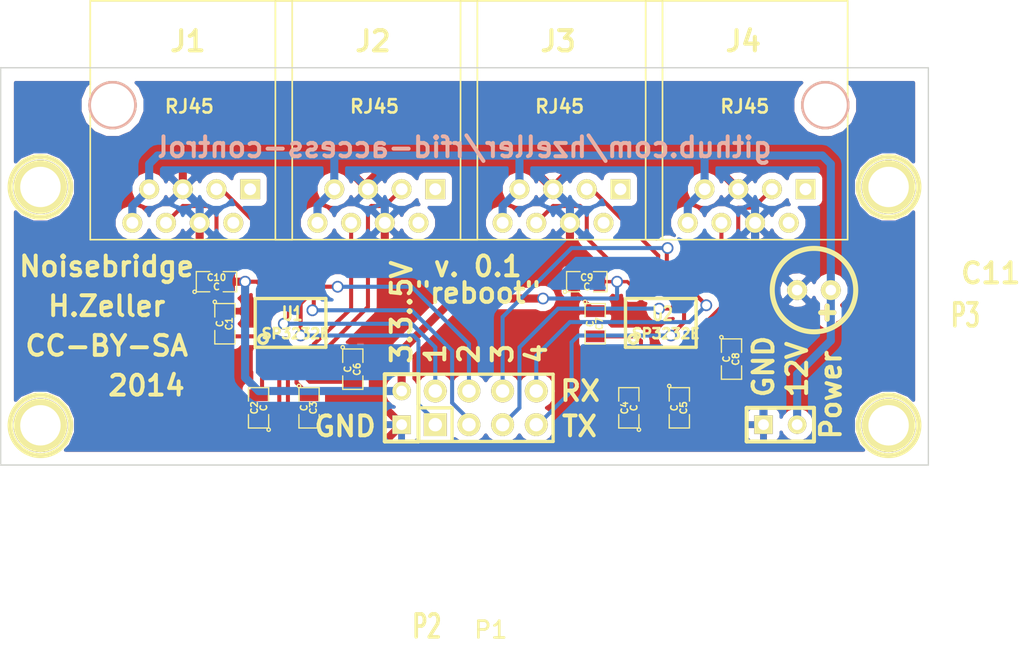
<source format=kicad_pcb>
(kicad_pcb (version 4) (host pcbnew "(2014-jul-16 BZR unknown)-product")

  (general
    (links 59)
    (no_connects 0)
    (area 104.694372 75.679299 182.274029 124.756418)
    (thickness 1.6)
    (drawings 22)
    (tracks 224)
    (zones 0)
    (modules 24)
    (nets 44)
  )

  (page A4)
  (layers
    (0 F.Cu signal)
    (31 B.Cu signal)
    (32 B.Adhes user)
    (33 F.Adhes user)
    (34 B.Paste user)
    (35 F.Paste user)
    (36 B.SilkS user)
    (37 F.SilkS user)
    (38 B.Mask user)
    (39 F.Mask user)
    (40 Dwgs.User user)
    (41 Cmts.User user)
    (42 Eco1.User user)
    (43 Eco2.User user)
    (44 Edge.Cuts user)
    (45 Margin user)
    (46 B.CrtYd user)
    (47 F.CrtYd user)
    (48 B.Fab user)
    (49 F.Fab user)
  )

  (setup
    (last_trace_width 0.254)
    (user_trace_width 0.254)
    (user_trace_width 0.3048)
    (user_trace_width 0.6096)
    (trace_clearance 0.2032)
    (zone_clearance 0.508)
    (zone_45_only no)
    (trace_min 0.254)
    (segment_width 0.2)
    (edge_width 0.1)
    (via_size 0.889)
    (via_drill 0.635)
    (via_min_size 0.889)
    (via_min_drill 0.508)
    (uvia_size 0.508)
    (uvia_drill 0.127)
    (uvias_allowed no)
    (uvia_min_size 0.508)
    (uvia_min_drill 0.127)
    (pcb_text_width 0.3)
    (pcb_text_size 1.5 1.5)
    (mod_edge_width 0.15)
    (mod_text_size 1 1)
    (mod_text_width 0.15)
    (pad_size 1.5 1.5)
    (pad_drill 0.6)
    (pad_to_mask_clearance 0)
    (aux_axis_origin 105 111)
    (visible_elements FFFFFF7F)
    (pcbplotparams
      (layerselection 0x00030_80000001)
      (usegerberextensions false)
      (excludeedgelayer true)
      (linewidth 0.100000)
      (plotframeref false)
      (viasonmask false)
      (mode 1)
      (useauxorigin false)
      (hpglpennumber 1)
      (hpglpenspeed 20)
      (hpglpendiameter 15)
      (hpglpenoverlay 2)
      (psnegative false)
      (psa4output false)
      (plotreference true)
      (plotvalue true)
      (plotinvisibletext false)
      (padsonsilk false)
      (subtractmaskfromsilk false)
      (outputformat 1)
      (mirror false)
      (drillshape 1)
      (scaleselection 1)
      (outputdirectory ""))
  )

  (net 0 "")
  (net 1 GND)
  (net 2 "Net-(C1-Pad2)")
  (net 3 "Net-(C2-Pad1)")
  (net 4 "Net-(C2-Pad2)")
  (net 5 "Net-(C3-Pad1)")
  (net 6 "Net-(C3-Pad2)")
  (net 7 "Net-(C4-Pad1)")
  (net 8 "Net-(C4-Pad2)")
  (net 9 "Net-(C5-Pad1)")
  (net 10 "Net-(C5-Pad2)")
  (net 11 "Net-(C6-Pad2)")
  (net 12 "Net-(C7-Pad2)")
  (net 13 "Net-(C8-Pad2)")
  (net 14 +3.3V)
  (net 15 +12V)
  (net 16 "Net-(J1-Pad1)")
  (net 17 "Net-(J1-Pad2)")
  (net 18 "Net-(J1-Pad3)")
  (net 19 "Net-(J1-Pad6)")
  (net 20 "Net-(J2-Pad1)")
  (net 21 "Net-(J2-Pad2)")
  (net 22 "Net-(J2-Pad3)")
  (net 23 "Net-(J2-Pad6)")
  (net 24 "Net-(J3-Pad1)")
  (net 25 "Net-(J3-Pad2)")
  (net 26 "Net-(J3-Pad3)")
  (net 27 "Net-(J3-Pad6)")
  (net 28 "Net-(J4-Pad1)")
  (net 29 "Net-(J4-Pad2)")
  (net 30 "Net-(J4-Pad3)")
  (net 31 "Net-(J4-Pad6)")
  (net 32 "Net-(P1-Pad1)")
  (net 33 "Net-(P1-Pad2)")
  (net 34 "Net-(P1-Pad3)")
  (net 35 "Net-(P1-Pad4)")
  (net 36 "Net-(P1-Pad5)")
  (net 37 "Net-(P1-Pad6)")
  (net 38 "Net-(P1-Pad7)")
  (net 39 "Net-(P1-Pad8)")
  (net 40 "Net-(P4-Pad1)")
  (net 41 "Net-(P5-Pad1)")
  (net 42 "Net-(P6-Pad1)")
  (net 43 "Net-(P7-Pad1)")

  (net_class Default "This is the default net class."
    (clearance 0.2032)
    (trace_width 0.254)
    (via_dia 0.889)
    (via_drill 0.635)
    (uvia_dia 0.508)
    (uvia_drill 0.127)
    (add_net +12V)
    (add_net +3.3V)
    (add_net GND)
    (add_net "Net-(C1-Pad2)")
    (add_net "Net-(C2-Pad1)")
    (add_net "Net-(C2-Pad2)")
    (add_net "Net-(C3-Pad1)")
    (add_net "Net-(C3-Pad2)")
    (add_net "Net-(C4-Pad1)")
    (add_net "Net-(C4-Pad2)")
    (add_net "Net-(C5-Pad1)")
    (add_net "Net-(C5-Pad2)")
    (add_net "Net-(C6-Pad2)")
    (add_net "Net-(C7-Pad2)")
    (add_net "Net-(C8-Pad2)")
    (add_net "Net-(J1-Pad1)")
    (add_net "Net-(J1-Pad2)")
    (add_net "Net-(J1-Pad3)")
    (add_net "Net-(J1-Pad6)")
    (add_net "Net-(J2-Pad1)")
    (add_net "Net-(J2-Pad2)")
    (add_net "Net-(J2-Pad3)")
    (add_net "Net-(J2-Pad6)")
    (add_net "Net-(J3-Pad1)")
    (add_net "Net-(J3-Pad2)")
    (add_net "Net-(J3-Pad3)")
    (add_net "Net-(J3-Pad6)")
    (add_net "Net-(J4-Pad1)")
    (add_net "Net-(J4-Pad2)")
    (add_net "Net-(J4-Pad3)")
    (add_net "Net-(J4-Pad6)")
    (add_net "Net-(P1-Pad1)")
    (add_net "Net-(P1-Pad2)")
    (add_net "Net-(P1-Pad3)")
    (add_net "Net-(P1-Pad4)")
    (add_net "Net-(P1-Pad5)")
    (add_net "Net-(P1-Pad6)")
    (add_net "Net-(P1-Pad7)")
    (add_net "Net-(P1-Pad8)")
    (add_net "Net-(P4-Pad1)")
    (add_net "Net-(P5-Pad1)")
    (add_net "Net-(P6-Pad1)")
    (add_net "Net-(P7-Pad1)")
  )

  (module SMD_Packages:SMD-0805 (layer F.Cu) (tedit 53F1321E) (tstamp 53F1336F)
    (at 121.92 100.33 270)
    (path /53F1352C)
    (attr smd)
    (fp_text reference C1 (at 0 -0.3175 270) (layer F.SilkS)
      (effects (font (size 0.50038 0.50038) (thickness 0.10922)))
    )
    (fp_text value C (at 0 0.381 270) (layer F.SilkS)
      (effects (font (size 0.50038 0.50038) (thickness 0.10922)))
    )
    (fp_circle (center -1.651 0.762) (end -1.651 0.635) (layer F.SilkS) (width 0.09906))
    (fp_line (start -0.508 0.762) (end -1.524 0.762) (layer F.SilkS) (width 0.09906))
    (fp_line (start -1.524 0.762) (end -1.524 -0.762) (layer F.SilkS) (width 0.09906))
    (fp_line (start -1.524 -0.762) (end -0.508 -0.762) (layer F.SilkS) (width 0.09906))
    (fp_line (start 0.508 -0.762) (end 1.524 -0.762) (layer F.SilkS) (width 0.09906))
    (fp_line (start 1.524 -0.762) (end 1.524 0.762) (layer F.SilkS) (width 0.09906))
    (fp_line (start 1.524 0.762) (end 0.508 0.762) (layer F.SilkS) (width 0.09906))
    (pad 1 smd rect (at -0.9525 0 270) (size 0.889 1.397) (layers F.Cu F.Paste F.Mask)
      (net 1 GND))
    (pad 2 smd rect (at 0.9525 0 270) (size 0.889 1.397) (layers F.Cu F.Paste F.Mask)
      (net 2 "Net-(C1-Pad2)"))
    (model smd/chip_cms.wrl
      (at (xyz 0 0 0))
      (scale (xyz 0.1 0.1 0.1))
      (rotate (xyz 0 0 0))
    )
  )

  (module SMD_Packages:SMD-0805 (layer F.Cu) (tedit 53F1321E) (tstamp 53F1337C)
    (at 124.46 106.68 90)
    (path /53F1368B)
    (attr smd)
    (fp_text reference C2 (at 0 -0.3175 90) (layer F.SilkS)
      (effects (font (size 0.50038 0.50038) (thickness 0.10922)))
    )
    (fp_text value C (at 0 0.381 90) (layer F.SilkS)
      (effects (font (size 0.50038 0.50038) (thickness 0.10922)))
    )
    (fp_circle (center -1.651 0.762) (end -1.651 0.635) (layer F.SilkS) (width 0.09906))
    (fp_line (start -0.508 0.762) (end -1.524 0.762) (layer F.SilkS) (width 0.09906))
    (fp_line (start -1.524 0.762) (end -1.524 -0.762) (layer F.SilkS) (width 0.09906))
    (fp_line (start -1.524 -0.762) (end -0.508 -0.762) (layer F.SilkS) (width 0.09906))
    (fp_line (start 0.508 -0.762) (end 1.524 -0.762) (layer F.SilkS) (width 0.09906))
    (fp_line (start 1.524 -0.762) (end 1.524 0.762) (layer F.SilkS) (width 0.09906))
    (fp_line (start 1.524 0.762) (end 0.508 0.762) (layer F.SilkS) (width 0.09906))
    (pad 1 smd rect (at -0.9525 0 90) (size 0.889 1.397) (layers F.Cu F.Paste F.Mask)
      (net 3 "Net-(C2-Pad1)"))
    (pad 2 smd rect (at 0.9525 0 90) (size 0.889 1.397) (layers F.Cu F.Paste F.Mask)
      (net 4 "Net-(C2-Pad2)"))
    (model smd/chip_cms.wrl
      (at (xyz 0 0 0))
      (scale (xyz 0.1 0.1 0.1))
      (rotate (xyz 0 0 0))
    )
  )

  (module SMD_Packages:SMD-0805 (layer F.Cu) (tedit 53F1321E) (tstamp 53F13389)
    (at 128.27 106.68 270)
    (path /53F136EA)
    (attr smd)
    (fp_text reference C3 (at 0 -0.3175 270) (layer F.SilkS)
      (effects (font (size 0.50038 0.50038) (thickness 0.10922)))
    )
    (fp_text value C (at 0 0.381 270) (layer F.SilkS)
      (effects (font (size 0.50038 0.50038) (thickness 0.10922)))
    )
    (fp_circle (center -1.651 0.762) (end -1.651 0.635) (layer F.SilkS) (width 0.09906))
    (fp_line (start -0.508 0.762) (end -1.524 0.762) (layer F.SilkS) (width 0.09906))
    (fp_line (start -1.524 0.762) (end -1.524 -0.762) (layer F.SilkS) (width 0.09906))
    (fp_line (start -1.524 -0.762) (end -0.508 -0.762) (layer F.SilkS) (width 0.09906))
    (fp_line (start 0.508 -0.762) (end 1.524 -0.762) (layer F.SilkS) (width 0.09906))
    (fp_line (start 1.524 -0.762) (end 1.524 0.762) (layer F.SilkS) (width 0.09906))
    (fp_line (start 1.524 0.762) (end 0.508 0.762) (layer F.SilkS) (width 0.09906))
    (pad 1 smd rect (at -0.9525 0 270) (size 0.889 1.397) (layers F.Cu F.Paste F.Mask)
      (net 5 "Net-(C3-Pad1)"))
    (pad 2 smd rect (at 0.9525 0 270) (size 0.889 1.397) (layers F.Cu F.Paste F.Mask)
      (net 6 "Net-(C3-Pad2)"))
    (model smd/chip_cms.wrl
      (at (xyz 0 0 0))
      (scale (xyz 0.1 0.1 0.1))
      (rotate (xyz 0 0 0))
    )
  )

  (module SMD_Packages:SMD-0805 (layer F.Cu) (tedit 53F1321E) (tstamp 53F13396)
    (at 152.4 106.68 90)
    (path /53F13A70)
    (attr smd)
    (fp_text reference C4 (at 0 -0.3175 90) (layer F.SilkS)
      (effects (font (size 0.50038 0.50038) (thickness 0.10922)))
    )
    (fp_text value C (at 0 0.381 90) (layer F.SilkS)
      (effects (font (size 0.50038 0.50038) (thickness 0.10922)))
    )
    (fp_circle (center -1.651 0.762) (end -1.651 0.635) (layer F.SilkS) (width 0.09906))
    (fp_line (start -0.508 0.762) (end -1.524 0.762) (layer F.SilkS) (width 0.09906))
    (fp_line (start -1.524 0.762) (end -1.524 -0.762) (layer F.SilkS) (width 0.09906))
    (fp_line (start -1.524 -0.762) (end -0.508 -0.762) (layer F.SilkS) (width 0.09906))
    (fp_line (start 0.508 -0.762) (end 1.524 -0.762) (layer F.SilkS) (width 0.09906))
    (fp_line (start 1.524 -0.762) (end 1.524 0.762) (layer F.SilkS) (width 0.09906))
    (fp_line (start 1.524 0.762) (end 0.508 0.762) (layer F.SilkS) (width 0.09906))
    (pad 1 smd rect (at -0.9525 0 90) (size 0.889 1.397) (layers F.Cu F.Paste F.Mask)
      (net 7 "Net-(C4-Pad1)"))
    (pad 2 smd rect (at 0.9525 0 90) (size 0.889 1.397) (layers F.Cu F.Paste F.Mask)
      (net 8 "Net-(C4-Pad2)"))
    (model smd/chip_cms.wrl
      (at (xyz 0 0 0))
      (scale (xyz 0.1 0.1 0.1))
      (rotate (xyz 0 0 0))
    )
  )

  (module SMD_Packages:SMD-0805 (layer F.Cu) (tedit 53F1321E) (tstamp 53F133A3)
    (at 156.21 106.68 270)
    (path /53F13A76)
    (attr smd)
    (fp_text reference C5 (at 0 -0.3175 270) (layer F.SilkS)
      (effects (font (size 0.50038 0.50038) (thickness 0.10922)))
    )
    (fp_text value C (at 0 0.381 270) (layer F.SilkS)
      (effects (font (size 0.50038 0.50038) (thickness 0.10922)))
    )
    (fp_circle (center -1.651 0.762) (end -1.651 0.635) (layer F.SilkS) (width 0.09906))
    (fp_line (start -0.508 0.762) (end -1.524 0.762) (layer F.SilkS) (width 0.09906))
    (fp_line (start -1.524 0.762) (end -1.524 -0.762) (layer F.SilkS) (width 0.09906))
    (fp_line (start -1.524 -0.762) (end -0.508 -0.762) (layer F.SilkS) (width 0.09906))
    (fp_line (start 0.508 -0.762) (end 1.524 -0.762) (layer F.SilkS) (width 0.09906))
    (fp_line (start 1.524 -0.762) (end 1.524 0.762) (layer F.SilkS) (width 0.09906))
    (fp_line (start 1.524 0.762) (end 0.508 0.762) (layer F.SilkS) (width 0.09906))
    (pad 1 smd rect (at -0.9525 0 270) (size 0.889 1.397) (layers F.Cu F.Paste F.Mask)
      (net 9 "Net-(C5-Pad1)"))
    (pad 2 smd rect (at 0.9525 0 270) (size 0.889 1.397) (layers F.Cu F.Paste F.Mask)
      (net 10 "Net-(C5-Pad2)"))
    (model smd/chip_cms.wrl
      (at (xyz 0 0 0))
      (scale (xyz 0.1 0.1 0.1))
      (rotate (xyz 0 0 0))
    )
  )

  (module SMD_Packages:SMD-0805 (layer F.Cu) (tedit 53F1321E) (tstamp 53F133B0)
    (at 131.572 103.759 270)
    (path /53F135D7)
    (attr smd)
    (fp_text reference C6 (at 0 -0.3175 270) (layer F.SilkS)
      (effects (font (size 0.50038 0.50038) (thickness 0.10922)))
    )
    (fp_text value C (at 0 0.381 270) (layer F.SilkS)
      (effects (font (size 0.50038 0.50038) (thickness 0.10922)))
    )
    (fp_circle (center -1.651 0.762) (end -1.651 0.635) (layer F.SilkS) (width 0.09906))
    (fp_line (start -0.508 0.762) (end -1.524 0.762) (layer F.SilkS) (width 0.09906))
    (fp_line (start -1.524 0.762) (end -1.524 -0.762) (layer F.SilkS) (width 0.09906))
    (fp_line (start -1.524 -0.762) (end -0.508 -0.762) (layer F.SilkS) (width 0.09906))
    (fp_line (start 0.508 -0.762) (end 1.524 -0.762) (layer F.SilkS) (width 0.09906))
    (fp_line (start 1.524 -0.762) (end 1.524 0.762) (layer F.SilkS) (width 0.09906))
    (fp_line (start 1.524 0.762) (end 0.508 0.762) (layer F.SilkS) (width 0.09906))
    (pad 1 smd rect (at -0.9525 0 270) (size 0.889 1.397) (layers F.Cu F.Paste F.Mask)
      (net 1 GND))
    (pad 2 smd rect (at 0.9525 0 270) (size 0.889 1.397) (layers F.Cu F.Paste F.Mask)
      (net 11 "Net-(C6-Pad2)"))
    (model smd/chip_cms.wrl
      (at (xyz 0 0 0))
      (scale (xyz 0.1 0.1 0.1))
      (rotate (xyz 0 0 0))
    )
  )

  (module SMD_Packages:SMD-0805 (layer F.Cu) (tedit 53F1321E) (tstamp 53F133BD)
    (at 149.86 100.33 270)
    (path /53F13A5A)
    (attr smd)
    (fp_text reference C7 (at 0 -0.3175 270) (layer F.SilkS)
      (effects (font (size 0.50038 0.50038) (thickness 0.10922)))
    )
    (fp_text value C (at 0 0.381 270) (layer F.SilkS)
      (effects (font (size 0.50038 0.50038) (thickness 0.10922)))
    )
    (fp_circle (center -1.651 0.762) (end -1.651 0.635) (layer F.SilkS) (width 0.09906))
    (fp_line (start -0.508 0.762) (end -1.524 0.762) (layer F.SilkS) (width 0.09906))
    (fp_line (start -1.524 0.762) (end -1.524 -0.762) (layer F.SilkS) (width 0.09906))
    (fp_line (start -1.524 -0.762) (end -0.508 -0.762) (layer F.SilkS) (width 0.09906))
    (fp_line (start 0.508 -0.762) (end 1.524 -0.762) (layer F.SilkS) (width 0.09906))
    (fp_line (start 1.524 -0.762) (end 1.524 0.762) (layer F.SilkS) (width 0.09906))
    (fp_line (start 1.524 0.762) (end 0.508 0.762) (layer F.SilkS) (width 0.09906))
    (pad 1 smd rect (at -0.9525 0 270) (size 0.889 1.397) (layers F.Cu F.Paste F.Mask)
      (net 1 GND))
    (pad 2 smd rect (at 0.9525 0 270) (size 0.889 1.397) (layers F.Cu F.Paste F.Mask)
      (net 12 "Net-(C7-Pad2)"))
    (model smd/chip_cms.wrl
      (at (xyz 0 0 0))
      (scale (xyz 0.1 0.1 0.1))
      (rotate (xyz 0 0 0))
    )
  )

  (module SMD_Packages:SMD-0805 (layer F.Cu) (tedit 53F1321E) (tstamp 53F133CA)
    (at 160.147 102.997 270)
    (path /53F13A60)
    (attr smd)
    (fp_text reference C8 (at 0 -0.3175 270) (layer F.SilkS)
      (effects (font (size 0.50038 0.50038) (thickness 0.10922)))
    )
    (fp_text value C (at 0 0.381 270) (layer F.SilkS)
      (effects (font (size 0.50038 0.50038) (thickness 0.10922)))
    )
    (fp_circle (center -1.651 0.762) (end -1.651 0.635) (layer F.SilkS) (width 0.09906))
    (fp_line (start -0.508 0.762) (end -1.524 0.762) (layer F.SilkS) (width 0.09906))
    (fp_line (start -1.524 0.762) (end -1.524 -0.762) (layer F.SilkS) (width 0.09906))
    (fp_line (start -1.524 -0.762) (end -0.508 -0.762) (layer F.SilkS) (width 0.09906))
    (fp_line (start 0.508 -0.762) (end 1.524 -0.762) (layer F.SilkS) (width 0.09906))
    (fp_line (start 1.524 -0.762) (end 1.524 0.762) (layer F.SilkS) (width 0.09906))
    (fp_line (start 1.524 0.762) (end 0.508 0.762) (layer F.SilkS) (width 0.09906))
    (pad 1 smd rect (at -0.9525 0 270) (size 0.889 1.397) (layers F.Cu F.Paste F.Mask)
      (net 1 GND))
    (pad 2 smd rect (at 0.9525 0 270) (size 0.889 1.397) (layers F.Cu F.Paste F.Mask)
      (net 13 "Net-(C8-Pad2)"))
    (model smd/chip_cms.wrl
      (at (xyz 0 0 0))
      (scale (xyz 0.1 0.1 0.1))
      (rotate (xyz 0 0 0))
    )
  )

  (module SMD_Packages:SMD-0805 (layer F.Cu) (tedit 53F1321E) (tstamp 53F133D7)
    (at 149.225 97.155)
    (path /53F14A39)
    (attr smd)
    (fp_text reference C9 (at 0 -0.3175) (layer F.SilkS)
      (effects (font (size 0.50038 0.50038) (thickness 0.10922)))
    )
    (fp_text value C (at 0 0.381) (layer F.SilkS)
      (effects (font (size 0.50038 0.50038) (thickness 0.10922)))
    )
    (fp_circle (center -1.651 0.762) (end -1.651 0.635) (layer F.SilkS) (width 0.09906))
    (fp_line (start -0.508 0.762) (end -1.524 0.762) (layer F.SilkS) (width 0.09906))
    (fp_line (start -1.524 0.762) (end -1.524 -0.762) (layer F.SilkS) (width 0.09906))
    (fp_line (start -1.524 -0.762) (end -0.508 -0.762) (layer F.SilkS) (width 0.09906))
    (fp_line (start 0.508 -0.762) (end 1.524 -0.762) (layer F.SilkS) (width 0.09906))
    (fp_line (start 1.524 -0.762) (end 1.524 0.762) (layer F.SilkS) (width 0.09906))
    (fp_line (start 1.524 0.762) (end 0.508 0.762) (layer F.SilkS) (width 0.09906))
    (pad 1 smd rect (at -0.9525 0) (size 0.889 1.397) (layers F.Cu F.Paste F.Mask)
      (net 1 GND))
    (pad 2 smd rect (at 0.9525 0) (size 0.889 1.397) (layers F.Cu F.Paste F.Mask)
      (net 14 +3.3V))
    (model smd/chip_cms.wrl
      (at (xyz 0 0 0))
      (scale (xyz 0.1 0.1 0.1))
      (rotate (xyz 0 0 0))
    )
  )

  (module SMD_Packages:SMD-0805 (layer F.Cu) (tedit 53F1321E) (tstamp 53F133E4)
    (at 121.285 97.155)
    (path /53F14B9B)
    (attr smd)
    (fp_text reference C10 (at 0 -0.3175) (layer F.SilkS)
      (effects (font (size 0.50038 0.50038) (thickness 0.10922)))
    )
    (fp_text value C (at 0 0.381) (layer F.SilkS)
      (effects (font (size 0.50038 0.50038) (thickness 0.10922)))
    )
    (fp_circle (center -1.651 0.762) (end -1.651 0.635) (layer F.SilkS) (width 0.09906))
    (fp_line (start -0.508 0.762) (end -1.524 0.762) (layer F.SilkS) (width 0.09906))
    (fp_line (start -1.524 0.762) (end -1.524 -0.762) (layer F.SilkS) (width 0.09906))
    (fp_line (start -1.524 -0.762) (end -0.508 -0.762) (layer F.SilkS) (width 0.09906))
    (fp_line (start 0.508 -0.762) (end 1.524 -0.762) (layer F.SilkS) (width 0.09906))
    (fp_line (start 1.524 -0.762) (end 1.524 0.762) (layer F.SilkS) (width 0.09906))
    (fp_line (start 1.524 0.762) (end 0.508 0.762) (layer F.SilkS) (width 0.09906))
    (pad 1 smd rect (at -0.9525 0) (size 0.889 1.397) (layers F.Cu F.Paste F.Mask)
      (net 1 GND))
    (pad 2 smd rect (at 0.9525 0) (size 0.889 1.397) (layers F.Cu F.Paste F.Mask)
      (net 14 +3.3V))
    (model smd/chip_cms.wrl
      (at (xyz 0 0 0))
      (scale (xyz 0.1 0.1 0.1))
      (rotate (xyz 0 0 0))
    )
  )

  (module Capacitors_Elko_ThroughHole:Elko_vert_DM6-3_RM2-5 (layer F.Cu) (tedit 53F144CC) (tstamp 53F133F2)
    (at 166.37 97.79 180)
    (descr "Electrolytic Capacitor, vertical, diameter 6,3mm, RM 2,5mm, radial,")
    (tags "Electrolytic Capacitor, vertical, diameter 6,3mm, RM 2,5mm, Elko, Electrolytkondensator, Kondensator gepolt, Durchmesser 6,3mm, radial,")
    (path /53F14FAE)
    (fp_text reference C11 (at -13.335 1.27 180) (layer F.SilkS)
      (effects (font (thickness 0.3048)))
    )
    (fp_text value CP (at 0 5.08 180) (layer F.SilkS) hide
      (effects (font (thickness 0.3048)))
    )
    (fp_line (start -1.00076 -2.19964) (end -1.00076 -1.19888) (layer F.SilkS) (width 0.381))
    (fp_line (start -1.50114 -1.69926) (end -0.50038 -1.69926) (layer F.SilkS) (width 0.381))
    (fp_line (start -1.00076 -1.69926) (end -0.50038 -1.69926) (layer F.Cu) (width 0.381))
    (fp_line (start -1.00076 -1.69926) (end -1.00076 -2.19964) (layer F.Cu) (width 0.381))
    (fp_line (start -1.50114 -1.69926) (end -1.00076 -1.69926) (layer F.Cu) (width 0.381))
    (fp_line (start -1.00076 -1.69926) (end -1.00076 -1.30048) (layer F.Cu) (width 0.381))
    (fp_line (start -1.00076 -1.30048) (end -1.00076 -1.19888) (layer F.Cu) (width 0.381))
    (fp_circle (center 0 0) (end 3.1496 0) (layer F.SilkS) (width 0.381))
    (pad 2 thru_hole circle (at 1.27 0 180) (size 1.50114 1.50114) (drill 0.8001) (layers *.Cu *.Mask F.SilkS)
      (net 1 GND))
    (pad 1 thru_hole circle (at -1.27 0 180) (size 1.50114 1.50114) (drill 0.8001) (layers *.Cu *.Mask F.SilkS)
      (net 15 +12V))
  )

  (module Connect:RJ45_8 (layer F.Cu) (tedit 53F14795) (tstamp 53F1342E)
    (at 119.38 83.82 180)
    (tags RJ45)
    (path /53F12D9B)
    (fp_text reference J1 (at 0.254 4.826 180) (layer F.SilkS)
      (effects (font (thickness 0.3048)))
    )
    (fp_text value RJ45 (at 0.14224 -0.1016 180) (layer F.SilkS)
      (effects (font (size 1.00076 1.00076) (thickness 0.2032)))
    )
    (fp_line (start -7.62 7.874) (end 7.62 7.874) (layer F.SilkS) (width 0.127))
    (fp_line (start 7.62 7.874) (end 7.62 -10.16) (layer F.SilkS) (width 0.127))
    (fp_line (start 7.62 -10.16) (end -7.62 -10.16) (layer F.SilkS) (width 0.127))
    (fp_line (start -7.62 -10.16) (end -7.62 7.874) (layer F.SilkS) (width 0.127))
    (pad Hole np_thru_hole circle (at 5.93852 0 180) (size 3.64998 3.64998) (drill 3.2512) (layers *.Cu *.SilkS *.Mask))
    (pad 1 thru_hole rect (at -4.445 -6.35 180) (size 1.50114 1.50114) (drill 0.89916) (layers *.Cu *.Mask F.SilkS)
      (net 16 "Net-(J1-Pad1)"))
    (pad 2 thru_hole circle (at -3.175 -8.89 180) (size 1.50114 1.50114) (drill 0.89916) (layers *.Cu *.Mask F.SilkS)
      (net 17 "Net-(J1-Pad2)"))
    (pad 3 thru_hole circle (at -1.905 -6.35 180) (size 1.50114 1.50114) (drill 0.89916) (layers *.Cu *.Mask F.SilkS)
      (net 18 "Net-(J1-Pad3)"))
    (pad 4 thru_hole circle (at -0.635 -8.89 180) (size 1.50114 1.50114) (drill 0.89916) (layers *.Cu *.Mask F.SilkS)
      (net 1 GND))
    (pad 5 thru_hole circle (at 0.635 -6.35 180) (size 1.50114 1.50114) (drill 0.89916) (layers *.Cu *.Mask F.SilkS)
      (net 1 GND))
    (pad 6 thru_hole circle (at 1.905 -8.89 180) (size 1.50114 1.50114) (drill 0.89916) (layers *.Cu *.Mask F.SilkS)
      (net 19 "Net-(J1-Pad6)"))
    (pad 7 thru_hole circle (at 3.175 -6.35 180) (size 1.50114 1.50114) (drill 0.89916) (layers *.Cu *.Mask F.SilkS)
      (net 15 +12V))
    (pad 8 thru_hole circle (at 4.445 -8.89 180) (size 1.50114 1.50114) (drill 0.89916) (layers *.Cu *.Mask F.SilkS)
      (net 15 +12V))
    (model Connectors/RJ45_8.wrl
      (at (xyz 0 0 0))
      (scale (xyz 0.4 0.4 0.4))
      (rotate (xyz 0 0 0))
    )
  )

  (module Connect:RJ45_8 (layer F.Cu) (tedit 53F147A3) (tstamp 53F13440)
    (at 133.35 83.82 180)
    (tags RJ45)
    (path /53F12D3E)
    (fp_text reference J2 (at 0.254 4.826 180) (layer F.SilkS)
      (effects (font (thickness 0.3048)))
    )
    (fp_text value RJ45 (at 0.14224 -0.1016 180) (layer F.SilkS)
      (effects (font (size 1.00076 1.00076) (thickness 0.2032)))
    )
    (fp_line (start -7.62 7.874) (end 7.62 7.874) (layer F.SilkS) (width 0.127))
    (fp_line (start 7.62 7.874) (end 7.62 -10.16) (layer F.SilkS) (width 0.127))
    (fp_line (start 7.62 -10.16) (end -7.62 -10.16) (layer F.SilkS) (width 0.127))
    (fp_line (start -7.62 -10.16) (end -7.62 7.874) (layer F.SilkS) (width 0.127))
    (pad 1 thru_hole rect (at -4.445 -6.35 180) (size 1.50114 1.50114) (drill 0.89916) (layers *.Cu *.Mask F.SilkS)
      (net 20 "Net-(J2-Pad1)"))
    (pad 2 thru_hole circle (at -3.175 -8.89 180) (size 1.50114 1.50114) (drill 0.89916) (layers *.Cu *.Mask F.SilkS)
      (net 21 "Net-(J2-Pad2)"))
    (pad 3 thru_hole circle (at -1.905 -6.35 180) (size 1.50114 1.50114) (drill 0.89916) (layers *.Cu *.Mask F.SilkS)
      (net 22 "Net-(J2-Pad3)"))
    (pad 4 thru_hole circle (at -0.635 -8.89 180) (size 1.50114 1.50114) (drill 0.89916) (layers *.Cu *.Mask F.SilkS)
      (net 1 GND))
    (pad 5 thru_hole circle (at 0.635 -6.35 180) (size 1.50114 1.50114) (drill 0.89916) (layers *.Cu *.Mask F.SilkS)
      (net 1 GND))
    (pad 6 thru_hole circle (at 1.905 -8.89 180) (size 1.50114 1.50114) (drill 0.89916) (layers *.Cu *.Mask F.SilkS)
      (net 23 "Net-(J2-Pad6)"))
    (pad 7 thru_hole circle (at 3.175 -6.35 180) (size 1.50114 1.50114) (drill 0.89916) (layers *.Cu *.Mask F.SilkS)
      (net 15 +12V))
    (pad 8 thru_hole circle (at 4.445 -8.89 180) (size 1.50114 1.50114) (drill 0.89916) (layers *.Cu *.Mask F.SilkS)
      (net 15 +12V))
    (model Connectors/RJ45_8.wrl
      (at (xyz 0 0 0))
      (scale (xyz 0.4 0.4 0.4))
      (rotate (xyz 0 0 0))
    )
  )

  (module Connect:RJ45_8 (layer F.Cu) (tedit 53F147B1) (tstamp 53F13452)
    (at 147.32 83.82 180)
    (tags RJ45)
    (path /53F13A14)
    (fp_text reference J3 (at 0.254 4.826 180) (layer F.SilkS)
      (effects (font (thickness 0.3048)))
    )
    (fp_text value RJ45 (at 0.14224 -0.1016 180) (layer F.SilkS)
      (effects (font (size 1.00076 1.00076) (thickness 0.2032)))
    )
    (fp_line (start -7.62 7.874) (end 7.62 7.874) (layer F.SilkS) (width 0.127))
    (fp_line (start 7.62 7.874) (end 7.62 -10.16) (layer F.SilkS) (width 0.127))
    (fp_line (start 7.62 -10.16) (end -7.62 -10.16) (layer F.SilkS) (width 0.127))
    (fp_line (start -7.62 -10.16) (end -7.62 7.874) (layer F.SilkS) (width 0.127))
    (pad 1 thru_hole rect (at -4.445 -6.35 180) (size 1.50114 1.50114) (drill 0.89916) (layers *.Cu *.Mask F.SilkS)
      (net 24 "Net-(J3-Pad1)"))
    (pad 2 thru_hole circle (at -3.175 -8.89 180) (size 1.50114 1.50114) (drill 0.89916) (layers *.Cu *.Mask F.SilkS)
      (net 25 "Net-(J3-Pad2)"))
    (pad 3 thru_hole circle (at -1.905 -6.35 180) (size 1.50114 1.50114) (drill 0.89916) (layers *.Cu *.Mask F.SilkS)
      (net 26 "Net-(J3-Pad3)"))
    (pad 4 thru_hole circle (at -0.635 -8.89 180) (size 1.50114 1.50114) (drill 0.89916) (layers *.Cu *.Mask F.SilkS)
      (net 1 GND))
    (pad 5 thru_hole circle (at 0.635 -6.35 180) (size 1.50114 1.50114) (drill 0.89916) (layers *.Cu *.Mask F.SilkS)
      (net 1 GND))
    (pad 6 thru_hole circle (at 1.905 -8.89 180) (size 1.50114 1.50114) (drill 0.89916) (layers *.Cu *.Mask F.SilkS)
      (net 27 "Net-(J3-Pad6)"))
    (pad 7 thru_hole circle (at 3.175 -6.35 180) (size 1.50114 1.50114) (drill 0.89916) (layers *.Cu *.Mask F.SilkS)
      (net 15 +12V))
    (pad 8 thru_hole circle (at 4.445 -8.89 180) (size 1.50114 1.50114) (drill 0.89916) (layers *.Cu *.Mask F.SilkS)
      (net 15 +12V))
    (model Connectors/RJ45_8.wrl
      (at (xyz 0 0 0))
      (scale (xyz 0.4 0.4 0.4))
      (rotate (xyz 0 0 0))
    )
  )

  (module Connect:RJ45_8 (layer F.Cu) (tedit 53F147B7) (tstamp 53F13464)
    (at 161.29 83.82 180)
    (tags RJ45)
    (path /53F13A0E)
    (fp_text reference J4 (at 0.254 4.826 180) (layer F.SilkS)
      (effects (font (thickness 0.3048)))
    )
    (fp_text value RJ45 (at 0.14224 -0.1016 180) (layer F.SilkS)
      (effects (font (size 1.00076 1.00076) (thickness 0.2032)))
    )
    (fp_line (start -7.62 7.874) (end 7.62 7.874) (layer F.SilkS) (width 0.127))
    (fp_line (start 7.62 7.874) (end 7.62 -10.16) (layer F.SilkS) (width 0.127))
    (fp_line (start 7.62 -10.16) (end -7.62 -10.16) (layer F.SilkS) (width 0.127))
    (fp_line (start -7.62 -10.16) (end -7.62 7.874) (layer F.SilkS) (width 0.127))
    (pad Hole np_thru_hole circle (at -5.9309 0 180) (size 3.64998 3.64998) (drill 3.2512) (layers *.Cu *.SilkS *.Mask))
    (pad 1 thru_hole rect (at -4.445 -6.35 180) (size 1.50114 1.50114) (drill 0.89916) (layers *.Cu *.Mask F.SilkS)
      (net 28 "Net-(J4-Pad1)"))
    (pad 2 thru_hole circle (at -3.175 -8.89 180) (size 1.50114 1.50114) (drill 0.89916) (layers *.Cu *.Mask F.SilkS)
      (net 29 "Net-(J4-Pad2)"))
    (pad 3 thru_hole circle (at -1.905 -6.35 180) (size 1.50114 1.50114) (drill 0.89916) (layers *.Cu *.Mask F.SilkS)
      (net 30 "Net-(J4-Pad3)"))
    (pad 4 thru_hole circle (at -0.635 -8.89 180) (size 1.50114 1.50114) (drill 0.89916) (layers *.Cu *.Mask F.SilkS)
      (net 1 GND))
    (pad 5 thru_hole circle (at 0.635 -6.35 180) (size 1.50114 1.50114) (drill 0.89916) (layers *.Cu *.Mask F.SilkS)
      (net 1 GND))
    (pad 6 thru_hole circle (at 1.905 -8.89 180) (size 1.50114 1.50114) (drill 0.89916) (layers *.Cu *.Mask F.SilkS)
      (net 31 "Net-(J4-Pad6)"))
    (pad 7 thru_hole circle (at 3.175 -6.35 180) (size 1.50114 1.50114) (drill 0.89916) (layers *.Cu *.Mask F.SilkS)
      (net 15 +12V))
    (pad 8 thru_hole circle (at 4.445 -8.89 180) (size 1.50114 1.50114) (drill 0.89916) (layers *.Cu *.Mask F.SilkS)
      (net 15 +12V))
    (model Connectors/RJ45_8.wrl
      (at (xyz 0 0 0))
      (scale (xyz 0.4 0.4 0.4))
      (rotate (xyz 0 0 0))
    )
  )

  (module Pin_Headers:Pin_Header_Straight_2x04 (layer F.Cu) (tedit 53F1467C) (tstamp 53F13478)
    (at 141.605 106.68)
    (descr "1 pin")
    (tags "CONN DEV")
    (path /53F12E10)
    (fp_text reference P1 (at 0.381 16.764) (layer F.SilkS)
      (effects (font (size 1.27 1.27) (thickness 0.2032)))
    )
    (fp_text value CONN_4X2 (at 0 0) (layer F.SilkS) hide
      (effects (font (size 1.27 1.27) (thickness 0.2032)))
    )
    (fp_line (start -2.54 2.54) (end 5.08 2.54) (layer F.SilkS) (width 0.254))
    (fp_line (start 5.08 2.54) (end 5.08 -2.54) (layer F.SilkS) (width 0.254))
    (fp_line (start 5.08 -2.54) (end -5.08 -2.54) (layer F.SilkS) (width 0.254))
    (fp_line (start -5.08 -2.54) (end -5.08 0) (layer F.SilkS) (width 0.254))
    (fp_line (start -5.08 2.54) (end -2.54 2.54) (layer F.SilkS) (width 0.254))
    (fp_line (start -5.08 0) (end -2.54 0) (layer F.SilkS) (width 0.254))
    (fp_line (start -2.54 0) (end -2.54 2.54) (layer F.SilkS) (width 0.254))
    (fp_line (start -5.08 2.54) (end -5.08 0) (layer F.SilkS) (width 0.254))
    (pad 1 thru_hole rect (at -3.81 1.27) (size 1.7272 1.7272) (drill 1.016) (layers *.Cu *.Mask F.SilkS)
      (net 32 "Net-(P1-Pad1)"))
    (pad 2 thru_hole oval (at -3.81 -1.27) (size 1.7272 1.7272) (drill 1.016) (layers *.Cu *.Mask F.SilkS)
      (net 33 "Net-(P1-Pad2)"))
    (pad 3 thru_hole oval (at -1.27 1.27) (size 1.7272 1.7272) (drill 1.016) (layers *.Cu *.Mask F.SilkS)
      (net 34 "Net-(P1-Pad3)"))
    (pad 4 thru_hole oval (at -1.27 -1.27) (size 1.7272 1.7272) (drill 1.016) (layers *.Cu *.Mask F.SilkS)
      (net 35 "Net-(P1-Pad4)"))
    (pad 5 thru_hole oval (at 1.27 1.27) (size 1.7272 1.7272) (drill 1.016) (layers *.Cu *.Mask F.SilkS)
      (net 36 "Net-(P1-Pad5)"))
    (pad 6 thru_hole oval (at 1.27 -1.27) (size 1.7272 1.7272) (drill 1.016) (layers *.Cu *.Mask F.SilkS)
      (net 37 "Net-(P1-Pad6)"))
    (pad 7 thru_hole oval (at 3.81 1.27) (size 1.7272 1.7272) (drill 1.016) (layers *.Cu *.Mask F.SilkS)
      (net 38 "Net-(P1-Pad7)"))
    (pad 8 thru_hole oval (at 3.81 -1.27) (size 1.7272 1.7272) (drill 1.016) (layers *.Cu *.Mask F.SilkS)
      (net 39 "Net-(P1-Pad8)"))
    (model Pin_Headers/Pin_Header_Straight_2x04.wrl
      (at (xyz 0 0 0))
      (scale (xyz 1 1 1))
      (rotate (xyz 0 0 0))
    )
  )

  (module Connect:SIL-2 (layer F.Cu) (tedit 53F1471E) (tstamp 53F13482)
    (at 135.255 106.68 90)
    (descr "Connecteurs 2 pins")
    (tags "CONN DEV")
    (path /53F14159)
    (fp_text reference P2 (at -16.51 1.905 180) (layer F.SilkS)
      (effects (font (size 1.72974 1.08712) (thickness 0.3048)))
    )
    (fp_text value CONN_2 (at 0 -2.54 90) (layer F.SilkS) hide
      (effects (font (size 1.524 1.016) (thickness 0.3048)))
    )
    (fp_line (start -2.54 1.27) (end -2.54 -1.27) (layer F.SilkS) (width 0.3048))
    (fp_line (start -2.54 -1.27) (end 2.54 -1.27) (layer F.SilkS) (width 0.3048))
    (fp_line (start 2.54 -1.27) (end 2.54 1.27) (layer F.SilkS) (width 0.3048))
    (fp_line (start 2.54 1.27) (end -2.54 1.27) (layer F.SilkS) (width 0.3048))
    (pad 1 thru_hole rect (at -1.27 0 90) (size 1.397 1.397) (drill 0.8128) (layers *.Cu *.Mask F.SilkS)
      (net 1 GND))
    (pad 2 thru_hole circle (at 1.27 0 90) (size 1.397 1.397) (drill 0.8128) (layers *.Cu *.Mask F.SilkS)
      (net 14 +3.3V))
  )

  (module Connect:SIL-2 (layer F.Cu) (tedit 53F144CE) (tstamp 53F1348C)
    (at 163.83 107.95)
    (descr "Connecteurs 2 pins")
    (tags "CONN DEV")
    (path /53F141A6)
    (fp_text reference P3 (at 13.97 -8.255) (layer F.SilkS)
      (effects (font (size 1.72974 1.08712) (thickness 0.3048)))
    )
    (fp_text value CONN_2 (at 0 -2.54) (layer F.SilkS) hide
      (effects (font (size 1.524 1.016) (thickness 0.3048)))
    )
    (fp_line (start -2.54 1.27) (end -2.54 -1.27) (layer F.SilkS) (width 0.3048))
    (fp_line (start -2.54 -1.27) (end 2.54 -1.27) (layer F.SilkS) (width 0.3048))
    (fp_line (start 2.54 -1.27) (end 2.54 1.27) (layer F.SilkS) (width 0.3048))
    (fp_line (start 2.54 1.27) (end -2.54 1.27) (layer F.SilkS) (width 0.3048))
    (pad 1 thru_hole rect (at -1.27 0) (size 1.397 1.397) (drill 0.8128) (layers *.Cu *.Mask F.SilkS)
      (net 1 GND))
    (pad 2 thru_hole circle (at 1.27 0) (size 1.397 1.397) (drill 0.8128) (layers *.Cu *.Mask F.SilkS)
      (net 15 +12V))
  )

  (module SMD_Packages:TSSOP-16 (layer F.Cu) (tedit 53F1321E) (tstamp 53F134A5)
    (at 127 100.33)
    (path /53F12E83)
    (attr smd)
    (fp_text reference U1 (at 0 -0.7493) (layer F.SilkS)
      (effects (font (size 1.016 0.762) (thickness 0.1905)))
    )
    (fp_text value SP3232E (at 0.24892 0.7493) (layer F.SilkS)
      (effects (font (size 0.762 0.762) (thickness 0.1905)))
    )
    (fp_line (start -2.794 -1.905) (end 2.54 -1.905) (layer F.SilkS) (width 0.254))
    (fp_line (start 2.54 -1.905) (end 2.54 1.778) (layer F.SilkS) (width 0.254))
    (fp_line (start 2.54 1.778) (end -2.794 1.778) (layer F.SilkS) (width 0.254))
    (fp_line (start -2.794 1.778) (end -2.794 -1.905) (layer F.SilkS) (width 0.254))
    (fp_circle (center -2.20218 1.15824) (end -2.40538 1.41224) (layer F.SilkS) (width 0.254))
    (pad 1 smd rect (at -2.27584 2.79908) (size 0.381 1.27) (layers F.Cu F.Paste F.Mask)
      (net 4 "Net-(C2-Pad2)"))
    (pad 2 smd rect (at -1.6256 2.79908) (size 0.381 1.27) (layers F.Cu F.Paste F.Mask)
      (net 2 "Net-(C1-Pad2)"))
    (pad 3 smd rect (at -0.97536 2.79908) (size 0.381 1.27) (layers F.Cu F.Paste F.Mask)
      (net 3 "Net-(C2-Pad1)"))
    (pad 4 smd rect (at -0.32512 2.79908) (size 0.381 1.27) (layers F.Cu F.Paste F.Mask)
      (net 6 "Net-(C3-Pad2)"))
    (pad 5 smd rect (at 0.32512 2.79908) (size 0.381 1.27) (layers F.Cu F.Paste F.Mask)
      (net 5 "Net-(C3-Pad1)"))
    (pad 6 smd rect (at 0.97536 2.79908) (size 0.381 1.27) (layers F.Cu F.Paste F.Mask)
      (net 11 "Net-(C6-Pad2)"))
    (pad 7 smd rect (at 1.6256 2.79908) (size 0.381 1.27) (layers F.Cu F.Paste F.Mask)
      (net 23 "Net-(J2-Pad6)"))
    (pad 8 smd rect (at 2.27584 2.79908) (size 0.381 1.27) (layers F.Cu F.Paste F.Mask)
      (net 22 "Net-(J2-Pad3)"))
    (pad 9 smd rect (at 2.27584 -2.79908) (size 0.381 1.27) (layers F.Cu F.Paste F.Mask)
      (net 35 "Net-(P1-Pad4)"))
    (pad 10 smd rect (at 1.6256 -2.79908) (size 0.381 1.27) (layers F.Cu F.Paste F.Mask)
      (net 34 "Net-(P1-Pad3)"))
    (pad 11 smd rect (at 0.97536 -2.79908) (size 0.381 1.27) (layers F.Cu F.Paste F.Mask)
      (net 32 "Net-(P1-Pad1)"))
    (pad 12 smd rect (at 0.32512 -2.79908) (size 0.381 1.27) (layers F.Cu F.Paste F.Mask)
      (net 33 "Net-(P1-Pad2)"))
    (pad 13 smd rect (at -0.32512 -2.79908) (size 0.381 1.27) (layers F.Cu F.Paste F.Mask)
      (net 18 "Net-(J1-Pad3)"))
    (pad 14 smd rect (at -0.97536 -2.79908) (size 0.381 1.27) (layers F.Cu F.Paste F.Mask)
      (net 19 "Net-(J1-Pad6)"))
    (pad 15 smd rect (at -1.6256 -2.79908) (size 0.381 1.27) (layers F.Cu F.Paste F.Mask)
      (net 1 GND))
    (pad 16 smd rect (at -2.27584 -2.79908) (size 0.381 1.27) (layers F.Cu F.Paste F.Mask)
      (net 14 +3.3V))
    (model smd\smd_dil\tssop-16.wrl
      (at (xyz 0 0 0))
      (scale (xyz 1 1 1))
      (rotate (xyz 0 0 0))
    )
  )

  (module SMD_Packages:TSSOP-16 (layer F.Cu) (tedit 53F1321E) (tstamp 53F134BE)
    (at 154.94 100.33)
    (path /53F13A1A)
    (attr smd)
    (fp_text reference U2 (at 0 -0.7493) (layer F.SilkS)
      (effects (font (size 1.016 0.762) (thickness 0.1905)))
    )
    (fp_text value SP3232E (at 0.24892 0.7493) (layer F.SilkS)
      (effects (font (size 0.762 0.762) (thickness 0.1905)))
    )
    (fp_line (start -2.794 -1.905) (end 2.54 -1.905) (layer F.SilkS) (width 0.254))
    (fp_line (start 2.54 -1.905) (end 2.54 1.778) (layer F.SilkS) (width 0.254))
    (fp_line (start 2.54 1.778) (end -2.794 1.778) (layer F.SilkS) (width 0.254))
    (fp_line (start -2.794 1.778) (end -2.794 -1.905) (layer F.SilkS) (width 0.254))
    (fp_circle (center -2.20218 1.15824) (end -2.40538 1.41224) (layer F.SilkS) (width 0.254))
    (pad 1 smd rect (at -2.27584 2.79908) (size 0.381 1.27) (layers F.Cu F.Paste F.Mask)
      (net 8 "Net-(C4-Pad2)"))
    (pad 2 smd rect (at -1.6256 2.79908) (size 0.381 1.27) (layers F.Cu F.Paste F.Mask)
      (net 12 "Net-(C7-Pad2)"))
    (pad 3 smd rect (at -0.97536 2.79908) (size 0.381 1.27) (layers F.Cu F.Paste F.Mask)
      (net 7 "Net-(C4-Pad1)"))
    (pad 4 smd rect (at -0.32512 2.79908) (size 0.381 1.27) (layers F.Cu F.Paste F.Mask)
      (net 10 "Net-(C5-Pad2)"))
    (pad 5 smd rect (at 0.32512 2.79908) (size 0.381 1.27) (layers F.Cu F.Paste F.Mask)
      (net 9 "Net-(C5-Pad1)"))
    (pad 6 smd rect (at 0.97536 2.79908) (size 0.381 1.27) (layers F.Cu F.Paste F.Mask)
      (net 13 "Net-(C8-Pad2)"))
    (pad 7 smd rect (at 1.6256 2.79908) (size 0.381 1.27) (layers F.Cu F.Paste F.Mask)
      (net 31 "Net-(J4-Pad6)"))
    (pad 8 smd rect (at 2.27584 2.79908) (size 0.381 1.27) (layers F.Cu F.Paste F.Mask)
      (net 30 "Net-(J4-Pad3)"))
    (pad 9 smd rect (at 2.27584 -2.79908) (size 0.381 1.27) (layers F.Cu F.Paste F.Mask)
      (net 39 "Net-(P1-Pad8)"))
    (pad 10 smd rect (at 1.6256 -2.79908) (size 0.381 1.27) (layers F.Cu F.Paste F.Mask)
      (net 38 "Net-(P1-Pad7)"))
    (pad 11 smd rect (at 0.97536 -2.79908) (size 0.381 1.27) (layers F.Cu F.Paste F.Mask)
      (net 36 "Net-(P1-Pad5)"))
    (pad 12 smd rect (at 0.32512 -2.79908) (size 0.381 1.27) (layers F.Cu F.Paste F.Mask)
      (net 37 "Net-(P1-Pad6)"))
    (pad 13 smd rect (at -0.32512 -2.79908) (size 0.381 1.27) (layers F.Cu F.Paste F.Mask)
      (net 26 "Net-(J3-Pad3)"))
    (pad 14 smd rect (at -0.97536 -2.79908) (size 0.381 1.27) (layers F.Cu F.Paste F.Mask)
      (net 27 "Net-(J3-Pad6)"))
    (pad 15 smd rect (at -1.6256 -2.79908) (size 0.381 1.27) (layers F.Cu F.Paste F.Mask)
      (net 1 GND))
    (pad 16 smd rect (at -2.27584 -2.79908) (size 0.381 1.27) (layers F.Cu F.Paste F.Mask)
      (net 14 +3.3V))
    (model smd\smd_dil\tssop-16.wrl
      (at (xyz 0 0 0))
      (scale (xyz 1 1 1))
      (rotate (xyz 0 0 0))
    )
  )

  (module Connect:1pin (layer F.Cu) (tedit 53F14EF5) (tstamp 53F1D507)
    (at 172 90)
    (descr "module 1 pin (ou trou mecanique de percage)")
    (tags DEV)
    (path /53F137B5)
    (fp_text reference P4 (at 0 0) (layer F.SilkS)
      (effects (font (size 1.016 1.016) (thickness 0.254)))
    )
    (fp_text value CONN_1 (at 0 2.794) (layer F.SilkS) hide
      (effects (font (size 1.016 1.016) (thickness 0.254)))
    )
    (fp_circle (center 0 0) (end 0 -2.286) (layer F.SilkS) (width 0.381))
    (pad 1 thru_hole circle (at 0 0) (size 4.064 4.064) (drill 3.048) (layers *.Cu *.Mask F.SilkS)
      (net 40 "Net-(P4-Pad1)"))
  )

  (module Connect:1pin (layer F.Cu) (tedit 53F14EF2) (tstamp 53F1D50D)
    (at 108 90)
    (descr "module 1 pin (ou trou mecanique de percage)")
    (tags DEV)
    (path /53F1387A)
    (fp_text reference P5 (at 0 0) (layer F.SilkS)
      (effects (font (size 1.016 1.016) (thickness 0.254)))
    )
    (fp_text value CONN_1 (at 0 2.794) (layer F.SilkS) hide
      (effects (font (size 1.016 1.016) (thickness 0.254)))
    )
    (fp_circle (center 0 0) (end 0 -2.286) (layer F.SilkS) (width 0.381))
    (pad 1 thru_hole circle (at 0 0) (size 4.064 4.064) (drill 3.048) (layers *.Cu *.Mask F.SilkS)
      (net 41 "Net-(P5-Pad1)"))
  )

  (module Connect:1pin (layer F.Cu) (tedit 53F14EEF) (tstamp 53F1D513)
    (at 108 108)
    (descr "module 1 pin (ou trou mecanique de percage)")
    (tags DEV)
    (path /53F138A7)
    (fp_text reference P6 (at 0 0) (layer F.SilkS)
      (effects (font (size 1.016 1.016) (thickness 0.254)))
    )
    (fp_text value CONN_1 (at 0 2.794) (layer F.SilkS) hide
      (effects (font (size 1.016 1.016) (thickness 0.254)))
    )
    (fp_circle (center 0 0) (end 0 -2.286) (layer F.SilkS) (width 0.381))
    (pad 1 thru_hole circle (at 0 0) (size 4.064 4.064) (drill 3.048) (layers *.Cu *.Mask F.SilkS)
      (net 42 "Net-(P6-Pad1)"))
  )

  (module Connect:1pin (layer F.Cu) (tedit 53F14EF7) (tstamp 53F1D519)
    (at 172 108)
    (descr "module 1 pin (ou trou mecanique de percage)")
    (tags DEV)
    (path /53F138DD)
    (fp_text reference P7 (at 0 0) (layer F.SilkS)
      (effects (font (size 1.016 1.016) (thickness 0.254)))
    )
    (fp_text value CONN_1 (at 0 2.794) (layer F.SilkS) hide
      (effects (font (size 1.016 1.016) (thickness 0.254)))
    )
    (fp_circle (center 0 0) (end 0 -2.286) (layer F.SilkS) (width 0.381))
    (pad 1 thru_hole circle (at 0 0) (size 4.064 4.064) (drill 3.048) (layers *.Cu *.Mask F.SilkS)
      (net 43 "Net-(P7-Pad1)"))
  )

  (gr_text 2014 (at 116 105) (layer F.SilkS)
    (effects (font (size 1.5 1.5) (thickness 0.3)))
  )
  (gr_text "\"reboot\"" (at 141 98) (layer F.SilkS)
    (effects (font (size 1.5 1.5) (thickness 0.3)))
  )
  (gr_text "v. 0.1" (at 141 96) (layer F.SilkS)
    (effects (font (size 1.5 1.5) (thickness 0.3)))
  )
  (gr_text github.com/hzeller/rfid-access-control (at 140 87) (layer B.SilkS)
    (effects (font (size 1.5 1.5) (thickness 0.3)) (justify mirror))
  )
  (gr_text CC-BY-SA (at 113 102) (layer F.SilkS)
    (effects (font (size 1.5 1.5) (thickness 0.3)))
  )
  (gr_text H.Zeller (at 113 99) (layer F.SilkS)
    (effects (font (size 1.5 1.5) (thickness 0.3)))
  )
  (gr_text "Noisebridge\n" (at 113 96) (layer F.SilkS)
    (effects (font (size 1.5 1.5) (thickness 0.3)))
  )
  (gr_text 4 (at 145.415 103.505 90) (layer F.SilkS)
    (effects (font (size 1.5 1.5) (thickness 0.3)) (justify left))
  )
  (gr_text 3 (at 142.875 103.505 90) (layer F.SilkS)
    (effects (font (size 1.5 1.5) (thickness 0.3)) (justify left))
  )
  (gr_text 2 (at 140.335 103.505 90) (layer F.SilkS)
    (effects (font (size 1.5 1.5) (thickness 0.3)) (justify left))
  )
  (gr_text 1 (at 137.795 103.505 90) (layer F.SilkS)
    (effects (font (size 1.5 1.5) (thickness 0.3)) (justify left))
  )
  (gr_text 3.3..5V (at 135.255 103.505 90) (layer F.SilkS)
    (effects (font (size 1.5 1.5) (thickness 0.3)) (justify left))
  )
  (gr_text GND (at 133.477 108.077) (layer F.SilkS)
    (effects (font (size 1.5 1.5) (thickness 0.3)) (justify right))
  )
  (gr_text RX (at 147.066 105.41) (layer F.SilkS)
    (effects (font (size 1.5 1.5) (thickness 0.3)) (justify left))
  )
  (gr_text TX (at 147.193 108.077) (layer F.SilkS)
    (effects (font (size 1.5 1.5) (thickness 0.3)) (justify left))
  )
  (gr_text Power (at 167.64 109.22 90) (layer F.SilkS)
    (effects (font (size 1.5 1.5) (thickness 0.3)) (justify left))
  )
  (gr_text 12V (at 165.1 106.045 90) (layer F.SilkS)
    (effects (font (size 1.5 1.5) (thickness 0.3)) (justify left))
  )
  (gr_text GND (at 162.56 106.045 90) (layer F.SilkS)
    (effects (font (size 1.5 1.5) (thickness 0.3)) (justify left))
  )
  (gr_line (start 105 111) (end 105 81) (angle 90) (layer Edge.Cuts) (width 0.1))
  (gr_line (start 175 111) (end 105 111) (angle 90) (layer Edge.Cuts) (width 0.1))
  (gr_line (start 175 81) (end 175 111) (angle 90) (layer Edge.Cuts) (width 0.1))
  (gr_line (start 105 81) (end 175 81) (angle 90) (layer Edge.Cuts) (width 0.1))

  (segment (start 165.1 97.79) (end 162.56 100.33) (width 0.6096) (layer B.Cu) (net 1))
  (segment (start 162.56 100.33) (end 162.56 107.95) (width 0.6096) (layer B.Cu) (net 1) (tstamp 53F14546))
  (segment (start 161.925 92.71) (end 161.925 94.615) (width 0.6096) (layer B.Cu) (net 1))
  (segment (start 161.925 94.615) (end 165.1 97.79) (width 0.6096) (layer B.Cu) (net 1) (tstamp 53F144B0))
  (segment (start 161.925 92.71) (end 161.925 100.2665) (width 0.6096) (layer F.Cu) (net 1))
  (segment (start 161.925 100.2665) (end 160.147 102.0445) (width 0.6096) (layer F.Cu) (net 1) (tstamp 53F14424))
  (segment (start 146.685 90.17) (end 146.685 90.043) (width 0.6096) (layer F.Cu) (net 1))
  (segment (start 146.685 90.043) (end 148.59 88.138) (width 0.6096) (layer F.Cu) (net 1) (tstamp 53F143D1))
  (segment (start 158.623 88.138) (end 160.655 90.17) (width 0.6096) (layer F.Cu) (net 1) (tstamp 53F143D4))
  (segment (start 148.59 88.138) (end 158.623 88.138) (width 0.6096) (layer F.Cu) (net 1) (tstamp 53F143D3))
  (segment (start 132.715 90.17) (end 132.715 89.662) (width 0.6096) (layer F.Cu) (net 1))
  (segment (start 132.715 89.662) (end 134.112 88.265) (width 0.6096) (layer F.Cu) (net 1) (tstamp 53F143C7))
  (segment (start 144.78 88.265) (end 146.685 90.17) (width 0.6096) (layer F.Cu) (net 1) (tstamp 53F143CD))
  (segment (start 134.112 88.265) (end 144.78 88.265) (width 0.6096) (layer F.Cu) (net 1) (tstamp 53F143CA))
  (segment (start 118.745 90.17) (end 118.745 88.773) (width 0.6096) (layer F.Cu) (net 1))
  (segment (start 130.81 88.265) (end 132.715 90.17) (width 0.6096) (layer F.Cu) (net 1) (tstamp 53F143C2))
  (segment (start 119.253 88.265) (end 130.81 88.265) (width 0.6096) (layer F.Cu) (net 1) (tstamp 53F143BF))
  (segment (start 118.745 88.773) (end 119.253 88.265) (width 0.6096) (layer F.Cu) (net 1) (tstamp 53F143B7))
  (segment (start 131.572 102.8065) (end 133.985 102.8065) (width 0.3048) (layer F.Cu) (net 1))
  (segment (start 133.985 102.8065) (end 133.985 102.997) (width 0.3048) (layer F.Cu) (net 1) (tstamp 53F1439D))
  (segment (start 133.985 92.71) (end 133.985 102.997) (width 0.6096) (layer F.Cu) (net 1))
  (segment (start 133.096 105.791) (end 135.255 107.95) (width 0.6096) (layer F.Cu) (net 1) (tstamp 53F14399))
  (segment (start 133.096 103.886) (end 133.096 105.791) (width 0.6096) (layer F.Cu) (net 1) (tstamp 53F14397))
  (segment (start 133.985 102.997) (end 133.096 103.886) (width 0.6096) (layer F.Cu) (net 1) (tstamp 53F1438B))
  (segment (start 120.015 91.44) (end 120.015 92.71) (width 0.6096) (layer B.Cu) (net 1) (tstamp 53F26EE7))
  (segment (start 118.745 90.17) (end 120.015 91.44) (width 0.6096) (layer B.Cu) (net 1))
  (segment (start 133.985 91.44) (end 133.985 92.71) (width 0.6096) (layer B.Cu) (net 1) (tstamp 53F26EEA))
  (segment (start 132.715 90.17) (end 133.985 91.44) (width 0.6096) (layer B.Cu) (net 1))
  (segment (start 147.955 91.44) (end 147.955 92.71) (width 0.6096) (layer B.Cu) (net 1) (tstamp 53F26EED))
  (segment (start 146.685 90.17) (end 147.955 91.44) (width 0.6096) (layer B.Cu) (net 1))
  (segment (start 161.925 91.44) (end 161.925 92.71) (width 0.6096) (layer B.Cu) (net 1) (tstamp 53F26EF0))
  (segment (start 160.655 90.17) (end 161.925 91.44) (width 0.6096) (layer B.Cu) (net 1))
  (segment (start 125.3744 98.9076) (end 124.9045 99.3775) (width 0.3048) (layer F.Cu) (net 1) (tstamp 53F2700F))
  (segment (start 124.9045 99.3775) (end 121.92 99.3775) (width 0.3048) (layer F.Cu) (net 1) (tstamp 53F27010))
  (segment (start 125.3744 97.53092) (end 125.3744 98.9076) (width 0.3048) (layer F.Cu) (net 1))
  (segment (start 120.3325 97.79) (end 121.92 99.3775) (width 0.3048) (layer F.Cu) (net 1) (tstamp 53F27016))
  (segment (start 120.3325 97.155) (end 120.3325 97.79) (width 0.3048) (layer F.Cu) (net 1))
  (segment (start 152.8445 99.3775) (end 153.3144 98.9076) (width 0.3048) (layer F.Cu) (net 1) (tstamp 53F2701F))
  (segment (start 153.3144 98.9076) (end 153.3144 97.53092) (width 0.3048) (layer F.Cu) (net 1) (tstamp 53F27020))
  (segment (start 149.86 99.3775) (end 152.8445 99.3775) (width 0.3048) (layer F.Cu) (net 1))
  (segment (start 148.2725 97.79) (end 149.86 99.3775) (width 0.254) (layer F.Cu) (net 1) (tstamp 53F27035))
  (segment (start 148.2725 97.155) (end 148.2725 97.79) (width 0.254) (layer F.Cu) (net 1))
  (segment (start 147.955 96.8375) (end 148.2725 97.155) (width 0.6096) (layer F.Cu) (net 1) (tstamp 53F27038))
  (segment (start 147.955 92.71) (end 147.955 96.8375) (width 0.6096) (layer F.Cu) (net 1))
  (segment (start 120.015 96.8375) (end 120.3325 97.155) (width 0.6096) (layer F.Cu) (net 1) (tstamp 53F2703B))
  (segment (start 120.015 96.8375) (end 120.3325 97.155) (width 0.6096) (layer F.Cu) (net 1) (tstamp 53F27040))
  (segment (start 120.015 92.71) (end 120.015 96.8375) (width 0.6096) (layer F.Cu) (net 1))
  (segment (start 120.3325 107.3785) (end 122.047 109.093) (width 0.6096) (layer F.Cu) (net 1) (tstamp 53F27044))
  (segment (start 120.3325 97.155) (end 120.3325 107.3785) (width 0.6096) (layer F.Cu) (net 1))
  (segment (start 134.112 109.093) (end 135.255 107.95) (width 0.6096) (layer F.Cu) (net 1) (tstamp 53F27046))
  (segment (start 122.047 109.093) (end 134.112 109.093) (width 0.6096) (layer F.Cu) (net 1) (tstamp 53F27045))
  (segment (start 124.6505 101.2825) (end 125.3744 102.0064) (width 0.3048) (layer F.Cu) (net 2) (tstamp 53F2700B))
  (segment (start 125.3744 102.0064) (end 125.3744 103.12908) (width 0.3048) (layer F.Cu) (net 2) (tstamp 53F2700C))
  (segment (start 121.92 101.2825) (end 124.6505 101.2825) (width 0.3048) (layer F.Cu) (net 2))
  (segment (start 126.02464 106.76636) (end 126.02464 103.12908) (width 0.3048) (layer F.Cu) (net 3) (tstamp 53F26FFD))
  (segment (start 125.1585 107.6325) (end 126.02464 106.76636) (width 0.3048) (layer F.Cu) (net 3) (tstamp 53F26FFC))
  (segment (start 124.46 107.6325) (end 125.1585 107.6325) (width 0.3048) (layer F.Cu) (net 3))
  (segment (start 124.72416 105.46334) (end 124.46 105.7275) (width 0.3048) (layer F.Cu) (net 4) (tstamp 53F26FF9))
  (segment (start 124.72416 103.12908) (end 124.72416 105.46334) (width 0.3048) (layer F.Cu) (net 4))
  (segment (start 127.32512 104.78262) (end 127.32512 103.12908) (width 0.3048) (layer F.Cu) (net 5) (tstamp 53F27004))
  (segment (start 128.27 105.7275) (end 127.32512 104.78262) (width 0.3048) (layer F.Cu) (net 5))
  (segment (start 127.5715 107.6325) (end 128.27 107.6325) (width 0.3048) (layer F.Cu) (net 6) (tstamp 53F27001))
  (segment (start 126.67488 106.73588) (end 127.5715 107.6325) (width 0.3048) (layer F.Cu) (net 6) (tstamp 53F27000))
  (segment (start 126.67488 103.12908) (end 126.67488 106.73588) (width 0.3048) (layer F.Cu) (net 6))
  (segment (start 153.96464 106.76636) (end 153.96464 103.12908) (width 0.3048) (layer F.Cu) (net 7) (tstamp 53F26FEF))
  (segment (start 153.0985 107.6325) (end 153.96464 106.76636) (width 0.3048) (layer F.Cu) (net 7) (tstamp 53F26FEE))
  (segment (start 152.4 107.6325) (end 153.0985 107.6325) (width 0.3048) (layer F.Cu) (net 7))
  (segment (start 152.66416 105.46334) (end 152.4 105.7275) (width 0.3048) (layer F.Cu) (net 8) (tstamp 53F26FEB))
  (segment (start 152.66416 103.12908) (end 152.66416 105.46334) (width 0.3048) (layer F.Cu) (net 8))
  (segment (start 155.26512 104.78262) (end 156.21 105.7275) (width 0.3048) (layer F.Cu) (net 9) (tstamp 53F26FF6))
  (segment (start 155.26512 103.12908) (end 155.26512 104.78262) (width 0.3048) (layer F.Cu) (net 9))
  (segment (start 154.61488 106.98988) (end 155.2575 107.6325) (width 0.3048) (layer F.Cu) (net 10) (tstamp 53F26FF2))
  (segment (start 155.2575 107.6325) (end 156.21 107.6325) (width 0.3048) (layer F.Cu) (net 10) (tstamp 53F26FF3))
  (segment (start 154.61488 103.12908) (end 154.61488 106.98988) (width 0.3048) (layer F.Cu) (net 10))
  (segment (start 127.97536 103.12908) (end 127.97536 104.35336) (width 0.3048) (layer F.Cu) (net 11))
  (segment (start 128.3335 104.7115) (end 131.572 104.7115) (width 0.3048) (layer F.Cu) (net 11) (tstamp 53F143A6))
  (segment (start 127.97536 104.35336) (end 128.3335 104.7115) (width 0.3048) (layer F.Cu) (net 11) (tstamp 53F143A4))
  (segment (start 152.9715 101.2825) (end 153.3144 101.6254) (width 0.3048) (layer F.Cu) (net 12) (tstamp 53F27007))
  (segment (start 153.3144 101.6254) (end 153.3144 103.12908) (width 0.3048) (layer F.Cu) (net 12) (tstamp 53F27008))
  (segment (start 149.86 101.2825) (end 152.9715 101.2825) (width 0.3048) (layer F.Cu) (net 12))
  (segment (start 155.91536 103.12908) (end 155.91536 104.22636) (width 0.3048) (layer F.Cu) (net 13))
  (segment (start 159.4485 104.648) (end 160.147 103.9495) (width 0.3048) (layer F.Cu) (net 13) (tstamp 53F1441F))
  (segment (start 156.337 104.648) (end 159.4485 104.648) (width 0.3048) (layer F.Cu) (net 13) (tstamp 53F1441A))
  (segment (start 155.91536 104.22636) (end 156.337 104.648) (width 0.3048) (layer F.Cu) (net 13) (tstamp 53F14414))
  (via (at 151.511 97.155) (size 0.889) (layers F.Cu B.Cu) (net 14))
  (segment (start 135.255 105.41) (end 135.255 102.362) (width 0.6096) (layer F.Cu) (net 14) (tstamp 53F1437A))
  (segment (start 139.192 98.425) (end 135.255 102.362) (width 0.6096) (layer F.Cu) (net 14) (tstamp 53F1436E))
  (segment (start 145.923 98.425) (end 139.192 98.425) (width 0.6096) (layer F.Cu) (net 14) (tstamp 53F1436D))
  (via (at 145.923 98.425) (size 0.889) (layers F.Cu B.Cu) (net 14))
  (segment (start 151.511 98.425) (end 145.923 98.425) (width 0.3048) (layer B.Cu) (net 14) (tstamp 53F14361))
  (segment (start 151.511 98.425) (end 151.511 97.155) (width 0.3048) (layer B.Cu) (net 14) (tstamp 53F14360))
  (segment (start 135.255 105.41) (end 124.46 105.41) (width 0.6096) (layer B.Cu) (net 14))
  (segment (start 123.444 97.155) (end 122.2375 97.155) (width 0.6096) (layer F.Cu) (net 14) (tstamp 53F14343))
  (via (at 123.444 97.155) (size 0.889) (layers F.Cu B.Cu) (net 14))
  (segment (start 123.444 104.394) (end 123.444 97.155) (width 0.6096) (layer B.Cu) (net 14) (tstamp 53F1433C))
  (segment (start 124.46 105.41) (end 123.444 104.394) (width 0.6096) (layer B.Cu) (net 14) (tstamp 53F14335))
  (segment (start 124.34824 97.155) (end 124.72416 97.53092) (width 0.3048) (layer F.Cu) (net 14) (tstamp 53F27013))
  (segment (start 122.2375 97.155) (end 124.34824 97.155) (width 0.3048) (layer F.Cu) (net 14))
  (segment (start 152.28824 97.155) (end 152.66416 97.53092) (width 0.254) (layer F.Cu) (net 14) (tstamp 53F27032))
  (segment (start 151.511 97.155) (end 152.28824 97.155) (width 0.254) (layer F.Cu) (net 14) (tstamp 53F14358))
  (segment (start 150.1775 97.155) (end 151.511 97.155) (width 0.254) (layer F.Cu) (net 14))
  (segment (start 167.64 97.79) (end 167.64 101.6) (width 0.6096) (layer B.Cu) (net 15))
  (segment (start 165.1 104.14) (end 165.1 107.95) (width 0.6096) (layer B.Cu) (net 15) (tstamp 53F14556))
  (segment (start 167.64 101.6) (end 165.1 104.14) (width 0.6096) (layer B.Cu) (net 15) (tstamp 53F14551))
  (segment (start 161.29 87.63) (end 167.005 87.63) (width 0.6096) (layer B.Cu) (net 15))
  (segment (start 158.115 87.63) (end 161.29 87.63) (width 0.6096) (layer B.Cu) (net 15) (tstamp 53F26EE5))
  (segment (start 167.64 88.265) (end 167.64 97.79) (width 0.6096) (layer B.Cu) (net 15) (tstamp 53F144A4))
  (segment (start 167.005 87.63) (end 167.64 88.265) (width 0.6096) (layer B.Cu) (net 15) (tstamp 53F144A2))
  (segment (start 144.145 87.63) (end 158.115 87.63) (width 0.6096) (layer B.Cu) (net 15) (tstamp 53F26EDF))
  (segment (start 130.175 87.63) (end 144.145 87.63) (width 0.6096) (layer B.Cu) (net 15) (tstamp 53F26ED9))
  (segment (start 116.84 87.63) (end 130.175 87.63) (width 0.6096) (layer B.Cu) (net 15) (tstamp 53F26ED2))
  (segment (start 116.205 88.265) (end 116.84 87.63) (width 0.6096) (layer B.Cu) (net 15) (tstamp 53F26ED1))
  (segment (start 116.205 90.17) (end 116.205 88.265) (width 0.6096) (layer B.Cu) (net 15) (tstamp 53F26ED0))
  (segment (start 114.935 91.44) (end 116.205 90.17) (width 0.6096) (layer B.Cu) (net 15) (tstamp 53F26ECF))
  (segment (start 114.935 92.71) (end 114.935 91.44) (width 0.6096) (layer B.Cu) (net 15))
  (segment (start 130.175 90.17) (end 130.175 87.63) (width 0.6096) (layer B.Cu) (net 15) (tstamp 53F26ED6))
  (segment (start 128.905 91.44) (end 130.175 90.17) (width 0.6096) (layer B.Cu) (net 15) (tstamp 53F26ED5))
  (segment (start 128.905 92.71) (end 128.905 91.44) (width 0.6096) (layer B.Cu) (net 15))
  (segment (start 144.145 90.17) (end 144.145 87.63) (width 0.6096) (layer B.Cu) (net 15) (tstamp 53F26EDC))
  (segment (start 142.875 91.44) (end 144.145 90.17) (width 0.6096) (layer B.Cu) (net 15) (tstamp 53F26EDB))
  (segment (start 142.875 92.71) (end 142.875 91.44) (width 0.6096) (layer B.Cu) (net 15))
  (segment (start 158.115 90.17) (end 158.115 87.63) (width 0.6096) (layer B.Cu) (net 15) (tstamp 53F26EE2))
  (segment (start 156.845 91.44) (end 158.115 90.17) (width 0.6096) (layer B.Cu) (net 15) (tstamp 53F26EE1))
  (segment (start 156.845 92.71) (end 156.845 91.44) (width 0.6096) (layer B.Cu) (net 15))
  (segment (start 126.67488 95.17888) (end 126.67488 97.53092) (width 0.3048) (layer F.Cu) (net 18) (tstamp 53F26F28))
  (segment (start 121.666 90.17) (end 126.67488 95.17888) (width 0.3048) (layer F.Cu) (net 18) (tstamp 53F26F27))
  (segment (start 121.285 90.17) (end 121.666 90.17) (width 0.3048) (layer F.Cu) (net 18))
  (segment (start 118.745 91.44) (end 120.65 91.44) (width 0.3048) (layer F.Cu) (net 19) (tstamp 53F26F1C))
  (segment (start 120.65 91.44) (end 121.285 92.075) (width 0.3048) (layer F.Cu) (net 19) (tstamp 53F26F1E))
  (segment (start 121.285 92.075) (end 121.285 94.234) (width 0.3048) (layer F.Cu) (net 19) (tstamp 53F26F1F))
  (segment (start 121.285 94.234) (end 122.555 95.504) (width 0.3048) (layer F.Cu) (net 19) (tstamp 53F26F20))
  (segment (start 122.555 95.504) (end 125.222 95.504) (width 0.3048) (layer F.Cu) (net 19) (tstamp 53F26F21))
  (segment (start 125.222 95.504) (end 126.02464 96.30664) (width 0.3048) (layer F.Cu) (net 19) (tstamp 53F26F23))
  (segment (start 126.02464 96.30664) (end 126.02464 97.53092) (width 0.3048) (layer F.Cu) (net 19) (tstamp 53F26F24))
  (segment (start 117.475 92.71) (end 118.745 91.44) (width 0.3048) (layer F.Cu) (net 19))
  (segment (start 133.985 91.44) (end 135.255 90.17) (width 0.3048) (layer F.Cu) (net 22) (tstamp 53F26F45))
  (segment (start 132.969 91.44) (end 133.985 91.44) (width 0.3048) (layer F.Cu) (net 22) (tstamp 53F26F44))
  (segment (start 132.715 91.694) (end 132.969 91.44) (width 0.3048) (layer F.Cu) (net 22) (tstamp 53F26F43))
  (segment (start 132.715 99.06) (end 132.715 91.694) (width 0.3048) (layer F.Cu) (net 22) (tstamp 53F26F41))
  (segment (start 129.27584 102.49916) (end 132.715 99.06) (width 0.3048) (layer F.Cu) (net 22) (tstamp 53F26F40))
  (segment (start 129.27584 103.12908) (end 129.27584 102.49916) (width 0.3048) (layer F.Cu) (net 22))
  (segment (start 128.6256 101.8794) (end 131.445 99.187) (width 0.3048) (layer F.Cu) (net 23) (tstamp 53F26F2C))
  (segment (start 131.445 99.187) (end 131.445 92.837) (width 0.3048) (layer F.Cu) (net 23) (tstamp 53F26F2E))
  (segment (start 131.445 92.837) (end 131.445 92.71) (width 0.3048) (layer F.Cu) (net 23) (tstamp 53F26F30))
  (segment (start 128.6256 103.12908) (end 128.6256 101.8794) (width 0.3048) (layer F.Cu) (net 23))
  (segment (start 154.61488 95.17888) (end 154.61488 97.53092) (width 0.3048) (layer F.Cu) (net 26) (tstamp 53F26F95))
  (segment (start 149.606 90.17) (end 154.61488 95.17888) (width 0.3048) (layer F.Cu) (net 26) (tstamp 53F26F94))
  (segment (start 149.225 90.17) (end 149.606 90.17) (width 0.3048) (layer F.Cu) (net 26))
  (segment (start 146.685 91.44) (end 148.717 91.44) (width 0.3048) (layer F.Cu) (net 27) (tstamp 53F26F88))
  (segment (start 148.717 91.44) (end 149.225 91.948) (width 0.3048) (layer F.Cu) (net 27) (tstamp 53F26F8A))
  (segment (start 149.225 91.948) (end 149.225 93.853) (width 0.3048) (layer F.Cu) (net 27) (tstamp 53F26F8B))
  (segment (start 149.225 93.853) (end 151.003 95.631) (width 0.3048) (layer F.Cu) (net 27) (tstamp 53F26F8C))
  (segment (start 151.003 95.631) (end 153.289 95.631) (width 0.3048) (layer F.Cu) (net 27) (tstamp 53F26F8E))
  (segment (start 153.289 95.631) (end 153.96464 96.30664) (width 0.3048) (layer F.Cu) (net 27) (tstamp 53F26F90))
  (segment (start 153.96464 96.30664) (end 153.96464 97.53092) (width 0.3048) (layer F.Cu) (net 27) (tstamp 53F26F91))
  (segment (start 145.415 92.71) (end 146.685 91.44) (width 0.3048) (layer F.Cu) (net 27))
  (segment (start 161.798 91.567) (end 163.195 90.17) (width 0.3048) (layer F.Cu) (net 30) (tstamp 53F26FB1))
  (segment (start 160.655 91.567) (end 161.798 91.567) (width 0.3048) (layer F.Cu) (net 30) (tstamp 53F26FB0))
  (segment (start 160.655 99.441) (end 160.655 91.567) (width 0.3048) (layer F.Cu) (net 30) (tstamp 53F26FAE))
  (segment (start 157.21584 102.88016) (end 160.655 99.441) (width 0.3048) (layer F.Cu) (net 30) (tstamp 53F26FAD))
  (segment (start 157.21584 103.12908) (end 157.21584 102.88016) (width 0.3048) (layer F.Cu) (net 30))
  (segment (start 159.385 99.06) (end 156.5656 101.8794) (width 0.3048) (layer F.Cu) (net 31) (tstamp 53F26FA7))
  (segment (start 156.5656 101.8794) (end 156.5656 103.12908) (width 0.3048) (layer F.Cu) (net 31) (tstamp 53F26FA9))
  (segment (start 159.385 92.71) (end 159.385 99.06) (width 0.3048) (layer F.Cu) (net 31))
  (segment (start 127.97536 98.46564) (end 127.97536 97.53092) (width 0.3048) (layer F.Cu) (net 32) (tstamp 53F26F79))
  (segment (start 127.635 98.806) (end 127.97536 98.46564) (width 0.3048) (layer F.Cu) (net 32) (tstamp 53F26F78))
  (segment (start 127.635 101.219) (end 127.635 98.806) (width 0.3048) (layer F.Cu) (net 32) (tstamp 53F26F77))
  (via (at 127.635 101.219) (size 0.889) (layers F.Cu B.Cu) (net 32))
  (segment (start 136.144 101.219) (end 127.635 101.219) (width 0.3048) (layer B.Cu) (net 32) (tstamp 53F26F74))
  (segment (start 136.525 101.6) (end 136.144 101.219) (width 0.3048) (layer B.Cu) (net 32) (tstamp 53F26F72))
  (segment (start 136.525 106.426) (end 136.525 101.6) (width 0.3048) (layer B.Cu) (net 32) (tstamp 53F26F70))
  (segment (start 137.795 107.696) (end 136.525 106.426) (width 0.3048) (layer B.Cu) (net 32) (tstamp 53F26F6F))
  (segment (start 137.795 107.95) (end 137.795 107.696) (width 0.3048) (layer B.Cu) (net 32))
  (segment (start 137.795 102.108) (end 136.017 100.33) (width 0.3048) (layer B.Cu) (net 33) (tstamp 53F26F7C))
  (segment (start 136.017 100.33) (end 126.365 100.33) (width 0.3048) (layer B.Cu) (net 33) (tstamp 53F26F7E))
  (via (at 126.365 100.33) (size 0.889) (layers F.Cu B.Cu) (net 33))
  (segment (start 126.365 100.33) (end 126.746 99.949) (width 0.3048) (layer F.Cu) (net 33) (tstamp 53F26F82))
  (segment (start 126.746 99.949) (end 126.746 98.933) (width 0.3048) (layer F.Cu) (net 33) (tstamp 53F26F83))
  (segment (start 126.746 98.933) (end 127.32512 98.35388) (width 0.3048) (layer F.Cu) (net 33) (tstamp 53F26F84))
  (segment (start 127.32512 98.35388) (end 127.32512 97.53092) (width 0.3048) (layer F.Cu) (net 33) (tstamp 53F26F85))
  (segment (start 137.795 105.41) (end 137.795 102.108) (width 0.3048) (layer B.Cu) (net 33))
  (segment (start 128.6256 99.2124) (end 128.6256 97.53092) (width 0.3048) (layer F.Cu) (net 34) (tstamp 53F26F68))
  (segment (start 128.524 99.314) (end 128.6256 99.2124) (width 0.3048) (layer F.Cu) (net 34) (tstamp 53F26F67))
  (via (at 128.524 99.314) (size 0.889) (layers F.Cu B.Cu) (net 34))
  (segment (start 136.017 99.314) (end 128.524 99.314) (width 0.3048) (layer B.Cu) (net 34) (tstamp 53F26F63))
  (segment (start 139.065 102.362) (end 136.017 99.314) (width 0.3048) (layer B.Cu) (net 34) (tstamp 53F26F61))
  (segment (start 139.065 106.299) (end 139.065 102.362) (width 0.3048) (layer B.Cu) (net 34) (tstamp 53F26F5F))
  (segment (start 140.335 107.569) (end 139.065 106.299) (width 0.3048) (layer B.Cu) (net 34) (tstamp 53F26F5E))
  (segment (start 140.335 107.95) (end 140.335 107.569) (width 0.3048) (layer B.Cu) (net 34))
  (segment (start 140.335 101.854) (end 136.017 97.536) (width 0.3048) (layer B.Cu) (net 35) (tstamp 53F26F54))
  (segment (start 136.017 97.536) (end 130.429 97.536) (width 0.3048) (layer B.Cu) (net 35) (tstamp 53F26F56))
  (via (at 130.429 97.536) (size 0.889) (layers F.Cu B.Cu) (net 35))
  (segment (start 130.429 97.536) (end 130.42392 97.53092) (width 0.3048) (layer F.Cu) (net 35) (tstamp 53F26F59))
  (segment (start 130.42392 97.53092) (end 129.27584 97.53092) (width 0.3048) (layer F.Cu) (net 35) (tstamp 53F26F5A))
  (segment (start 140.335 105.41) (end 140.335 101.854) (width 0.3048) (layer B.Cu) (net 35))
  (segment (start 144.145 106.68) (end 144.145 102.108) (width 0.3048) (layer B.Cu) (net 36) (tstamp 53F26FC7))
  (segment (start 144.145 102.108) (end 147.066 99.187) (width 0.3048) (layer B.Cu) (net 36) (tstamp 53F26FC9))
  (segment (start 147.066 99.187) (end 154.686 99.187) (width 0.3048) (layer B.Cu) (net 36) (tstamp 53F26FCB))
  (via (at 154.686 99.187) (size 0.889) (layers F.Cu B.Cu) (net 36))
  (segment (start 154.686 99.187) (end 155.575 99.187) (width 0.3048) (layer F.Cu) (net 36) (tstamp 53F26FCF))
  (segment (start 155.575 99.187) (end 155.91536 98.84664) (width 0.3048) (layer F.Cu) (net 36) (tstamp 53F26FD0))
  (segment (start 155.91536 98.84664) (end 155.91536 97.53092) (width 0.3048) (layer F.Cu) (net 36) (tstamp 53F26FD1))
  (segment (start 142.875 107.95) (end 144.145 106.68) (width 0.3048) (layer B.Cu) (net 36))
  (segment (start 142.875 99.822) (end 148.082 94.615) (width 0.3048) (layer B.Cu) (net 37) (tstamp 53F26FBC))
  (segment (start 148.082 94.615) (end 155.321 94.615) (width 0.3048) (layer B.Cu) (net 37) (tstamp 53F26FBE))
  (via (at 155.321 94.615) (size 0.889) (layers F.Cu B.Cu) (net 37))
  (segment (start 155.321 94.615) (end 155.26512 94.67088) (width 0.3048) (layer F.Cu) (net 37) (tstamp 53F26FC2))
  (segment (start 155.26512 94.67088) (end 155.26512 97.53092) (width 0.3048) (layer F.Cu) (net 37) (tstamp 53F26FC3))
  (segment (start 142.875 105.41) (end 142.875 99.822) (width 0.3048) (layer B.Cu) (net 37))
  (segment (start 156.5656 100.2284) (end 156.5656 97.53092) (width 0.3048) (layer F.Cu) (net 38) (tstamp 53F26FDD))
  (segment (start 155.575 101.219) (end 156.5656 100.2284) (width 0.3048) (layer F.Cu) (net 38) (tstamp 53F26FDC))
  (via (at 155.575 101.219) (size 0.889) (layers F.Cu B.Cu) (net 38))
  (segment (start 148.59 101.219) (end 155.575 101.219) (width 0.3048) (layer B.Cu) (net 38) (tstamp 53F26FD9))
  (segment (start 148.082 101.727) (end 148.59 101.219) (width 0.3048) (layer B.Cu) (net 38) (tstamp 53F26FD8))
  (segment (start 148.082 105.41) (end 148.082 101.727) (width 0.3048) (layer B.Cu) (net 38) (tstamp 53F26FD6))
  (segment (start 145.542 107.95) (end 148.082 105.41) (width 0.3048) (layer B.Cu) (net 38) (tstamp 53F26FD5))
  (segment (start 145.415 107.95) (end 145.542 107.95) (width 0.3048) (layer B.Cu) (net 38))
  (segment (start 157.21584 97.90684) (end 157.21584 97.53092) (width 0.3048) (layer F.Cu) (net 39) (tstamp 53F26FE8))
  (segment (start 145.415 102.743) (end 147.955 100.203) (width 0.3048) (layer B.Cu) (net 39) (tstamp 53F26FE0))
  (segment (start 147.955 100.203) (end 156.972 100.203) (width 0.3048) (layer B.Cu) (net 39) (tstamp 53F26FE2))
  (segment (start 156.972 100.203) (end 158.242 98.933) (width 0.3048) (layer B.Cu) (net 39) (tstamp 53F26FE4))
  (via (at 158.242 98.933) (size 0.889) (layers F.Cu B.Cu) (net 39))
  (segment (start 158.242 98.933) (end 157.21584 97.90684) (width 0.3048) (layer F.Cu) (net 39) (tstamp 53F26FE7))
  (segment (start 145.415 105.41) (end 145.415 102.743) (width 0.3048) (layer B.Cu) (net 39))

  (zone (net 1) (net_name GND) (layer F.Cu) (tstamp 53F14A15) (hatch edge 0.508)
    (connect_pads (clearance 0.508))
    (min_thickness 0.254)
    (fill yes (arc_segments 16) (thermal_gap 0.508) (thermal_bridge_width 0.508))
    (polygon
      (pts
        (xy 174 110) (xy 106 110) (xy 106 82) (xy 174 82)
      )
    )
    (filled_polygon
      (pts
        (xy 173.873 106.101267) (xy 173.512707 105.740345) (xy 172.532827 105.333464) (xy 171.471828 105.332538) (xy 170.491239 105.737709)
        (xy 169.740345 106.487293) (xy 169.333464 107.467173) (xy 169.332538 108.528172) (xy 169.737709 109.508761) (xy 170.101312 109.873)
        (xy 169.02581 109.873) (xy 169.02581 97.515602) (xy 168.815314 97.006163) (xy 168.425887 96.616056) (xy 167.916816 96.404671)
        (xy 167.365602 96.40419) (xy 167.12057 96.505435) (xy 167.12057 91.04688) (xy 167.12057 90.794261) (xy 167.12057 89.293121)
        (xy 167.023897 89.059732) (xy 166.845269 88.881103) (xy 166.61188 88.78443) (xy 166.359261 88.78443) (xy 164.858121 88.78443)
        (xy 164.624732 88.881103) (xy 164.446103 89.059731) (xy 164.34943 89.29312) (xy 164.34943 89.365242) (xy 163.980887 88.996056)
        (xy 163.471816 88.784671) (xy 162.920602 88.78419) (xy 162.411163 88.994686) (xy 162.021056 89.384113) (xy 161.931621 89.599496)
        (xy 161.867931 89.445735) (xy 161.62693 89.377675) (xy 161.447325 89.55728) (xy 161.447325 89.19807) (xy 161.379265 88.957069)
        (xy 160.859966 88.772233) (xy 160.309462 88.800195) (xy 159.930735 88.957069) (xy 159.862675 89.19807) (xy 160.655 89.990395)
        (xy 161.447325 89.19807) (xy 161.447325 89.55728) (xy 160.834605 90.17) (xy 160.848747 90.184142) (xy 160.669142 90.363747)
        (xy 160.655 90.349605) (xy 160.475395 90.52921) (xy 160.475395 90.17) (xy 159.68307 89.377675) (xy 159.442069 89.445735)
        (xy 159.383231 89.61104) (xy 159.290314 89.386163) (xy 158.900887 88.996056) (xy 158.391816 88.784671) (xy 157.840602 88.78419)
        (xy 157.331163 88.994686) (xy 156.941056 89.384113) (xy 156.729671 89.893184) (xy 156.72919 90.444398) (xy 156.939686 90.953837)
        (xy 157.329113 91.343944) (xy 157.838184 91.555329) (xy 158.389398 91.55581) (xy 158.898837 91.345314) (xy 159.288944 90.955887)
        (xy 159.378378 90.740503) (xy 159.442069 90.894265) (xy 159.68307 90.962325) (xy 160.475395 90.17) (xy 160.475395 90.52921)
        (xy 159.862675 91.14193) (xy 159.915173 91.327828) (xy 159.896424 91.422089) (xy 159.661816 91.324671) (xy 159.110602 91.32419)
        (xy 158.601163 91.534686) (xy 158.211056 91.924113) (xy 158.115025 92.155381) (xy 158.020314 91.926163) (xy 157.630887 91.536056)
        (xy 157.121816 91.324671) (xy 156.570602 91.32419) (xy 156.061163 91.534686) (xy 155.671056 91.924113) (xy 155.459671 92.433184)
        (xy 155.45919 92.984398) (xy 155.669686 93.493837) (xy 155.835215 93.659655) (xy 155.536668 93.535687) (xy 155.107216 93.535313)
        (xy 154.710311 93.699311) (xy 154.479385 93.929833) (xy 152.105122 91.55557) (xy 152.641879 91.55557) (xy 152.875268 91.458897)
        (xy 153.053897 91.280269) (xy 153.15057 91.04688) (xy 153.15057 90.794261) (xy 153.15057 89.293121) (xy 153.053897 89.059732)
        (xy 152.875269 88.881103) (xy 152.64188 88.78443) (xy 152.389261 88.78443) (xy 150.888121 88.78443) (xy 150.654732 88.881103)
        (xy 150.476103 89.059731) (xy 150.37943 89.29312) (xy 150.37943 89.365242) (xy 150.010887 88.996056) (xy 149.501816 88.784671)
        (xy 148.950602 88.78419) (xy 148.441163 88.994686) (xy 148.051056 89.384113) (xy 147.961621 89.599496) (xy 147.897931 89.445735)
        (xy 147.65693 89.377675) (xy 147.477325 89.55728) (xy 147.477325 89.19807) (xy 147.409265 88.957069) (xy 146.889966 88.772233)
        (xy 146.339462 88.800195) (xy 145.960735 88.957069) (xy 145.892675 89.19807) (xy 146.685 89.990395) (xy 147.477325 89.19807)
        (xy 147.477325 89.55728) (xy 146.864605 90.17) (xy 146.878747 90.184142) (xy 146.699142 90.363747) (xy 146.685 90.349605)
        (xy 146.505395 90.529209) (xy 146.505395 90.17) (xy 145.71307 89.377675) (xy 145.472069 89.445735) (xy 145.413231 89.61104)
        (xy 145.320314 89.386163) (xy 144.930887 88.996056) (xy 144.421816 88.784671) (xy 143.870602 88.78419) (xy 143.361163 88.994686)
        (xy 142.971056 89.384113) (xy 142.759671 89.893184) (xy 142.75919 90.444398) (xy 142.969686 90.953837) (xy 143.359113 91.343944)
        (xy 143.868184 91.555329) (xy 144.419398 91.55581) (xy 144.928837 91.345314) (xy 145.318944 90.955887) (xy 145.408378 90.740503)
        (xy 145.472069 90.894265) (xy 145.71307 90.962325) (xy 146.505395 90.17) (xy 146.505395 90.529209) (xy 146.198011 90.836593)
        (xy 146.128224 90.883224) (xy 145.686781 91.324666) (xy 145.140602 91.32419) (xy 144.631163 91.534686) (xy 144.241056 91.924113)
        (xy 144.145025 92.155381) (xy 144.050314 91.926163) (xy 143.660887 91.536056) (xy 143.151816 91.324671) (xy 142.600602 91.32419)
        (xy 142.091163 91.534686) (xy 141.701056 91.924113) (xy 141.489671 92.433184) (xy 141.48919 92.984398) (xy 141.699686 93.493837)
        (xy 142.089113 93.883944) (xy 142.598184 94.095329) (xy 143.149398 94.09581) (xy 143.658837 93.885314) (xy 144.048944 93.495887)
        (xy 144.144974 93.264618) (xy 144.239686 93.493837) (xy 144.629113 93.883944) (xy 145.138184 94.095329) (xy 145.689398 94.09581)
        (xy 146.198837 93.885314) (xy 146.588944 93.495887) (xy 146.678378 93.280503) (xy 146.742069 93.434265) (xy 146.98307 93.502325)
        (xy 147.775395 92.71) (xy 147.761252 92.695857) (xy 147.940857 92.516252) (xy 147.955 92.530395) (xy 147.969142 92.516252)
        (xy 148.148747 92.695857) (xy 148.134605 92.71) (xy 148.148747 92.724142) (xy 147.969142 92.903747) (xy 147.955 92.889605)
        (xy 147.162675 93.68193) (xy 147.230735 93.922931) (xy 147.750034 94.107767) (xy 148.300538 94.079805) (xy 148.468846 94.010089)
        (xy 148.497537 94.154325) (xy 148.668224 94.409776) (xy 150.079948 95.8215) (xy 149.606691 95.8215) (xy 149.373302 95.918173)
        (xy 149.225 96.066474) (xy 149.076698 95.918173) (xy 148.843309 95.8215) (xy 148.55825 95.8215) (xy 148.3995 95.98025)
        (xy 148.3995 97.028) (xy 148.4195 97.028) (xy 148.4195 97.282) (xy 148.3995 97.282) (xy 148.3995 98.32975)
        (xy 148.55825 98.4885) (xy 148.707974 98.4885) (xy 148.623173 98.573302) (xy 148.5265 98.806691) (xy 148.5265 99.09175)
        (xy 148.68525 99.2505) (xy 149.733 99.2505) (xy 149.733 99.2305) (xy 149.987 99.2305) (xy 149.987 99.2505)
        (xy 151.03475 99.2505) (xy 151.1935 99.09175) (xy 151.1935 98.806691) (xy 151.096827 98.573302) (xy 150.934784 98.411259)
        (xy 150.981698 98.391827) (xy 151.160327 98.213199) (xy 151.172677 98.183382) (xy 151.295332 98.234313) (xy 151.724784 98.234687)
        (xy 151.83866 98.187634) (xy 151.83866 98.292229) (xy 151.935333 98.525618) (xy 152.113961 98.704247) (xy 152.34735 98.80092)
        (xy 152.599969 98.80092) (xy 152.980969 98.80092) (xy 152.98928 98.797477) (xy 152.997591 98.80092) (xy 153.0604 98.80092)
        (xy 153.116566 98.744753) (xy 153.214358 98.704247) (xy 153.3144 98.604205) (xy 153.414441 98.704247) (xy 153.512234 98.744754)
        (xy 153.5684 98.80092) (xy 153.631209 98.80092) (xy 153.639519 98.797477) (xy 153.64783 98.80092) (xy 153.677448 98.80092)
        (xy 153.606687 98.971332) (xy 153.606313 99.400784) (xy 153.770311 99.797689) (xy 154.073714 100.101622) (xy 154.470332 100.266313)
        (xy 154.899784 100.266687) (xy 155.296689 100.102689) (xy 155.425202 99.9744) (xy 155.575 99.9744) (xy 155.738587 99.94186)
        (xy 155.540978 100.139469) (xy 155.361216 100.139313) (xy 154.964311 100.303311) (xy 154.660378 100.606714) (xy 154.495687 101.003332)
        (xy 154.495313 101.432784) (xy 154.659311 101.829689) (xy 154.68865 101.85908) (xy 154.679071 101.85908) (xy 154.298071 101.85908)
        (xy 154.28976 101.862522) (xy 154.28145 101.85908) (xy 154.1018 101.85908) (xy 154.1018 101.6254) (xy 154.041863 101.324075)
        (xy 153.871176 101.068624) (xy 153.528276 100.725724) (xy 153.272825 100.555037) (xy 152.9715 100.4951) (xy 151.103784 100.4951)
        (xy 151.096827 100.478302) (xy 150.948525 100.33) (xy 151.096827 100.181698) (xy 151.1935 99.948309) (xy 151.1935 99.66325)
        (xy 151.03475 99.5045) (xy 149.987 99.5045) (xy 149.987 99.5245) (xy 149.733 99.5245) (xy 149.733 99.5045)
        (xy 148.68525 99.5045) (xy 148.5265 99.66325) (xy 148.5265 99.948309) (xy 148.623173 100.181698) (xy 148.771474 100.33)
        (xy 148.623173 100.478301) (xy 148.5265 100.71169) (xy 148.5265 100.964309) (xy 148.5265 101.853309) (xy 148.623173 102.086698)
        (xy 148.801801 102.265327) (xy 149.03519 102.362) (xy 149.287809 102.362) (xy 150.684809 102.362) (xy 150.918198 102.265327)
        (xy 151.096827 102.086699) (xy 151.103785 102.0699) (xy 151.999814 102.0699) (xy 151.935333 102.134381) (xy 151.83866 102.36777)
        (xy 151.83866 102.620389) (xy 151.83866 103.890389) (xy 151.87676 103.98237) (xy 151.87676 104.648) (xy 151.575191 104.648)
        (xy 151.341802 104.744673) (xy 151.163173 104.923301) (xy 151.0665 105.15669) (xy 151.0665 105.409309) (xy 151.0665 106.298309)
        (xy 151.163173 106.531698) (xy 151.311474 106.68) (xy 151.163173 106.828301) (xy 151.0665 107.06169) (xy 151.0665 107.314309)
        (xy 151.0665 108.203309) (xy 151.163173 108.436698) (xy 151.341801 108.615327) (xy 151.57519 108.712) (xy 151.827809 108.712)
        (xy 153.224809 108.712) (xy 153.458198 108.615327) (xy 153.636827 108.436699) (xy 153.7335 108.20331) (xy 153.7335 108.111052)
        (xy 154.178 107.666552) (xy 154.700724 108.189276) (xy 154.935729 108.346301) (xy 154.973173 108.436698) (xy 155.151801 108.615327)
        (xy 155.38519 108.712) (xy 155.637809 108.712) (xy 157.034809 108.712) (xy 157.268198 108.615327) (xy 157.446827 108.436699)
        (xy 157.5435 108.20331) (xy 157.5435 107.950691) (xy 157.5435 107.061691) (xy 157.446827 106.828302) (xy 157.298525 106.679999)
        (xy 157.446827 106.531699) (xy 157.5435 106.29831) (xy 157.5435 106.045691) (xy 157.5435 105.4354) (xy 159.4485 105.4354)
        (xy 159.749825 105.375463) (xy 160.005276 105.204776) (xy 160.181052 105.029) (xy 160.971809 105.029) (xy 161.205198 104.932327)
        (xy 161.383827 104.753699) (xy 161.4805 104.52031) (xy 161.4805 104.267691) (xy 161.4805 103.378691) (xy 161.383827 103.145302)
        (xy 161.235525 102.997) (xy 161.383827 102.848698) (xy 161.4805 102.615309) (xy 161.4805 102.33025) (xy 161.32175 102.1715)
        (xy 160.274 102.1715) (xy 160.274 102.1915) (xy 160.02 102.1915) (xy 160.02 102.1715) (xy 160 102.1715)
        (xy 160 101.9175) (xy 160.02 101.9175) (xy 160.02 101.8975) (xy 160.274 101.8975) (xy 160.274 101.9175)
        (xy 161.32175 101.9175) (xy 161.4805 101.75875) (xy 161.4805 101.473691) (xy 161.383827 101.240302) (xy 161.205199 101.061673)
        (xy 160.97181 100.965) (xy 160.719191 100.965) (xy 160.43275 100.965) (xy 160.274002 101.123748) (xy 160.274002 100.965)
        (xy 160.244552 100.965) (xy 161.211776 99.997776) (xy 161.382463 99.742325) (xy 161.4424 99.441) (xy 161.4424 94.008947)
        (xy 161.720034 94.107767) (xy 162.270538 94.079805) (xy 162.649265 93.922931) (xy 162.717325 93.68193) (xy 161.925 92.889605)
        (xy 161.910857 92.903747) (xy 161.731252 92.724142) (xy 161.745395 92.71) (xy 161.731252 92.695857) (xy 161.910857 92.516252)
        (xy 161.925 92.530395) (xy 162.284988 92.170406) (xy 162.354776 92.123776) (xy 162.923218 91.555333) (xy 163.469398 91.55581)
        (xy 163.978837 91.345314) (xy 164.34943 90.975366) (xy 164.34943 91.046879) (xy 164.446103 91.280268) (xy 164.490286 91.324451)
        (xy 164.190602 91.32419) (xy 163.681163 91.534686) (xy 163.291056 91.924113) (xy 163.201621 92.139496) (xy 163.137931 91.985735)
        (xy 162.89693 91.917675) (xy 162.104605 92.71) (xy 162.89693 93.502325) (xy 163.137931 93.434265) (xy 163.196768 93.268959)
        (xy 163.289686 93.493837) (xy 163.679113 93.883944) (xy 164.188184 94.095329) (xy 164.739398 94.09581) (xy 165.248837 93.885314)
        (xy 165.638944 93.495887) (xy 165.850329 92.986816) (xy 165.85081 92.435602) (xy 165.640314 91.926163) (xy 165.270366 91.55557)
        (xy 166.611879 91.55557) (xy 166.845268 91.458897) (xy 167.023897 91.280269) (xy 167.12057 91.04688) (xy 167.12057 96.505435)
        (xy 166.856163 96.614686) (xy 166.466056 97.004113) (xy 166.376621 97.219496) (xy 166.312931 97.065735) (xy 166.07193 96.997675)
        (xy 165.892325 97.17728) (xy 165.892325 96.81807) (xy 165.824265 96.577069) (xy 165.304966 96.392233) (xy 164.754462 96.420195)
        (xy 164.375735 96.577069) (xy 164.307675 96.81807) (xy 165.1 97.610395) (xy 165.892325 96.81807) (xy 165.892325 97.17728)
        (xy 165.279605 97.79) (xy 166.07193 98.582325) (xy 166.312931 98.514265) (xy 166.371768 98.348959) (xy 166.464686 98.573837)
        (xy 166.600712 98.7101) (xy 166.5992 98.7177) (xy 166.554475 98.726597) (xy 166.286663 98.905543) (xy 166.107717 99.173355)
        (xy 166.04488 99.48926) (xy 166.107717 99.805165) (xy 166.286663 100.072977) (xy 166.554475 100.251923) (xy 166.5992 100.260819)
        (xy 166.608097 100.305545) (xy 166.787043 100.573357) (xy 167.054855 100.752303) (xy 167.37076 100.81514) (xy 167.686665 100.752303)
        (xy 167.954477 100.573357) (xy 168.133423 100.305545) (xy 168.142319 100.260819) (xy 168.187045 100.251923) (xy 168.454857 100.072977)
        (xy 168.633803 99.805165) (xy 168.69664 99.48926) (xy 168.633803 99.173355) (xy 168.466402 98.922822) (xy 168.813944 98.575887)
        (xy 169.025329 98.066816) (xy 169.02581 97.515602) (xy 169.02581 109.873) (xy 166.433731 109.873) (xy 166.433731 107.685914)
        (xy 166.231146 107.19562) (xy 165.892325 106.856207) (xy 165.892325 98.76193) (xy 165.1 97.969605) (xy 164.920395 98.14921)
        (xy 164.920395 97.79) (xy 164.12807 96.997675) (xy 163.887069 97.065735) (xy 163.702233 97.585034) (xy 163.730195 98.135538)
        (xy 163.887069 98.514265) (xy 164.12807 98.582325) (xy 164.920395 97.79) (xy 164.920395 98.14921) (xy 164.307675 98.76193)
        (xy 164.375735 99.002931) (xy 164.895034 99.187767) (xy 165.445538 99.159805) (xy 165.824265 99.002931) (xy 165.892325 98.76193)
        (xy 165.892325 106.856207) (xy 165.856353 106.820173) (xy 165.366413 106.616732) (xy 164.835914 106.616269) (xy 164.34562 106.818854)
        (xy 163.970173 107.193647) (xy 163.8935 107.378295) (xy 163.8935 107.377809) (xy 163.8935 107.12519) (xy 163.796827 106.891801)
        (xy 163.618198 106.713173) (xy 163.384809 106.6165) (xy 162.84575 106.6165) (xy 162.687 106.77525) (xy 162.687 107.823)
        (xy 162.707 107.823) (xy 162.707 108.077) (xy 162.687 108.077) (xy 162.687 109.12475) (xy 162.84575 109.2835)
        (xy 163.384809 109.2835) (xy 163.618198 109.186827) (xy 163.796827 109.008199) (xy 163.8935 108.77481) (xy 163.8935 108.522191)
        (xy 163.8935 108.522009) (xy 163.968854 108.70438) (xy 164.343647 109.079827) (xy 164.833587 109.283268) (xy 165.364086 109.283731)
        (xy 165.85438 109.081146) (xy 166.229827 108.706353) (xy 166.433268 108.216413) (xy 166.433731 107.685914) (xy 166.433731 109.873)
        (xy 162.433 109.873) (xy 162.433 109.12475) (xy 162.433 108.077) (xy 162.433 107.823) (xy 162.433 106.77525)
        (xy 162.27425 106.6165) (xy 161.735191 106.6165) (xy 161.501802 106.713173) (xy 161.323173 106.891801) (xy 161.2265 107.12519)
        (xy 161.2265 107.377809) (xy 161.2265 107.66425) (xy 161.38525 107.823) (xy 162.433 107.823) (xy 162.433 108.077)
        (xy 161.38525 108.077) (xy 161.2265 108.23575) (xy 161.2265 108.522191) (xy 161.2265 108.77481) (xy 161.323173 109.008199)
        (xy 161.501802 109.186827) (xy 161.735191 109.2835) (xy 162.27425 109.2835) (xy 162.433 109.12475) (xy 162.433 109.873)
        (xy 148.1455 109.873) (xy 148.1455 98.32975) (xy 148.1455 97.282) (xy 148.1455 97.028) (xy 148.1455 95.98025)
        (xy 147.98675 95.8215) (xy 147.701691 95.8215) (xy 147.468302 95.918173) (xy 147.289673 96.096801) (xy 147.193 96.33019)
        (xy 147.193 96.582809) (xy 147.193 96.86925) (xy 147.35175 97.028) (xy 148.1455 97.028) (xy 148.1455 97.282)
        (xy 147.35175 97.282) (xy 147.193 97.44075) (xy 147.193 97.727191) (xy 147.193 97.97981) (xy 147.289673 98.213199)
        (xy 147.468302 98.391827) (xy 147.701691 98.4885) (xy 147.98675 98.4885) (xy 148.1455 98.32975) (xy 148.1455 109.873)
        (xy 147.002687 109.873) (xy 147.002687 98.211216) (xy 146.838689 97.814311) (xy 146.535286 97.510378) (xy 146.138668 97.345687)
        (xy 145.709216 97.345313) (xy 145.370664 97.4852) (xy 139.192 97.4852) (xy 139.18057 97.487473) (xy 139.18057 91.04688)
        (xy 139.18057 90.794261) (xy 139.18057 89.293121) (xy 139.083897 89.059732) (xy 138.905269 88.881103) (xy 138.67188 88.78443)
        (xy 138.419261 88.78443) (xy 136.918121 88.78443) (xy 136.684732 88.881103) (xy 136.506103 89.059731) (xy 136.40943 89.29312)
        (xy 136.40943 89.365242) (xy 136.040887 88.996056) (xy 135.531816 88.784671) (xy 134.980602 88.78419) (xy 134.471163 88.994686)
        (xy 134.081056 89.384113) (xy 133.991621 89.599496) (xy 133.927931 89.445735) (xy 133.68693 89.377675) (xy 133.507325 89.55728)
        (xy 133.507325 89.19807) (xy 133.439265 88.957069) (xy 132.919966 88.772233) (xy 132.369462 88.800195) (xy 131.990735 88.957069)
        (xy 131.922675 89.19807) (xy 132.715 89.990395) (xy 133.507325 89.19807) (xy 133.507325 89.55728) (xy 132.894605 90.17)
        (xy 132.908747 90.184142) (xy 132.729142 90.363747) (xy 132.715 90.349605) (xy 132.535395 90.52921) (xy 132.535395 90.17)
        (xy 131.74307 89.377675) (xy 131.502069 89.445735) (xy 131.443231 89.61104) (xy 131.350314 89.386163) (xy 130.960887 88.996056)
        (xy 130.451816 88.784671) (xy 129.900602 88.78419) (xy 129.391163 88.994686) (xy 129.001056 89.384113) (xy 128.789671 89.893184)
        (xy 128.78919 90.444398) (xy 128.999686 90.953837) (xy 129.389113 91.343944) (xy 129.898184 91.555329) (xy 130.449398 91.55581)
        (xy 130.958837 91.345314) (xy 131.348944 90.955887) (xy 131.438378 90.740503) (xy 131.502069 90.894265) (xy 131.74307 90.962325)
        (xy 132.535395 90.17) (xy 132.535395 90.52921) (xy 131.922675 91.14193) (xy 131.990735 91.382931) (xy 131.993411 91.383883)
        (xy 131.987537 91.392675) (xy 131.979758 91.431778) (xy 131.721816 91.324671) (xy 131.170602 91.32419) (xy 130.661163 91.534686)
        (xy 130.271056 91.924113) (xy 130.175025 92.155381) (xy 130.080314 91.926163) (xy 129.690887 91.536056) (xy 129.181816 91.324671)
        (xy 128.630602 91.32419) (xy 128.121163 91.534686) (xy 127.731056 91.924113) (xy 127.519671 92.433184) (xy 127.51919 92.984398)
        (xy 127.729686 93.493837) (xy 128.119113 93.883944) (xy 128.628184 94.095329) (xy 129.179398 94.09581) (xy 129.688837 93.885314)
        (xy 130.078944 93.495887) (xy 130.174974 93.264618) (xy 130.269686 93.493837) (xy 130.6576 93.882428) (xy 130.6576 96.462056)
        (xy 130.644668 96.456687) (xy 130.215216 96.456313) (xy 130.007173 96.542274) (xy 130.004667 96.536222) (xy 129.826039 96.357593)
        (xy 129.59265 96.26092) (xy 129.340031 96.26092) (xy 128.959031 96.26092) (xy 128.95072 96.264362) (xy 128.94241 96.26092)
        (xy 128.689791 96.26092) (xy 128.308791 96.26092) (xy 128.30048 96.264362) (xy 128.29217 96.26092) (xy 128.039551 96.26092)
        (xy 127.658551 96.26092) (xy 127.65024 96.264362) (xy 127.64193 96.26092) (xy 127.46228 96.26092) (xy 127.46228 95.17888)
        (xy 127.402343 94.877555) (xy 127.231656 94.622104) (xy 124.165122 91.55557) (xy 124.701879 91.55557) (xy 124.935268 91.458897)
        (xy 125.113897 91.280269) (xy 125.21057 91.04688) (xy 125.21057 90.794261) (xy 125.21057 89.293121) (xy 125.113897 89.059732)
        (xy 124.935269 88.881103) (xy 124.70188 88.78443) (xy 124.449261 88.78443) (xy 122.948121 88.78443) (xy 122.714732 88.881103)
        (xy 122.536103 89.059731) (xy 122.43943 89.29312) (xy 122.43943 89.365242) (xy 122.070887 88.996056) (xy 121.561816 88.784671)
        (xy 121.010602 88.78419) (xy 120.501163 88.994686) (xy 120.111056 89.384113) (xy 120.021621 89.599496) (xy 119.957931 89.445735)
        (xy 119.71693 89.377675) (xy 119.537325 89.55728) (xy 119.537325 89.19807) (xy 119.469265 88.957069) (xy 118.949966 88.772233)
        (xy 118.399462 88.800195) (xy 118.020735 88.957069) (xy 117.952675 89.19807) (xy 118.745 89.990395) (xy 119.537325 89.19807)
        (xy 119.537325 89.55728) (xy 118.924605 90.17) (xy 118.938747 90.184142) (xy 118.759142 90.363747) (xy 118.745 90.349605)
        (xy 118.565395 90.529209) (xy 118.565395 90.17) (xy 117.77307 89.377675) (xy 117.532069 89.445735) (xy 117.473231 89.61104)
        (xy 117.380314 89.386163) (xy 116.990887 88.996056) (xy 116.481816 88.784671) (xy 115.930602 88.78419) (xy 115.421163 88.994686)
        (xy 115.031056 89.384113) (xy 114.819671 89.893184) (xy 114.81919 90.444398) (xy 115.029686 90.953837) (xy 115.419113 91.343944)
        (xy 115.928184 91.555329) (xy 116.479398 91.55581) (xy 116.988837 91.345314) (xy 117.378944 90.955887) (xy 117.468378 90.740503)
        (xy 117.532069 90.894265) (xy 117.77307 90.962325) (xy 118.565395 90.17) (xy 118.565395 90.529209) (xy 118.258011 90.836593)
        (xy 118.188224 90.883224) (xy 117.746781 91.324666) (xy 117.200602 91.32419) (xy 116.691163 91.534686) (xy 116.301056 91.924113)
        (xy 116.205025 92.155381) (xy 116.110314 91.926163) (xy 115.720887 91.536056) (xy 115.211816 91.324671) (xy 114.660602 91.32419)
        (xy 114.151163 91.534686) (xy 113.761056 91.924113) (xy 113.549671 92.433184) (xy 113.54919 92.984398) (xy 113.759686 93.493837)
        (xy 114.149113 93.883944) (xy 114.658184 94.095329) (xy 115.209398 94.09581) (xy 115.718837 93.885314) (xy 116.108944 93.495887)
        (xy 116.204974 93.264618) (xy 116.299686 93.493837) (xy 116.689113 93.883944) (xy 117.198184 94.095329) (xy 117.749398 94.09581)
        (xy 118.258837 93.885314) (xy 118.648944 93.495887) (xy 118.738378 93.280503) (xy 118.802069 93.434265) (xy 119.04307 93.502325)
        (xy 119.835395 92.71) (xy 119.821252 92.695857) (xy 120.000857 92.516252) (xy 120.015 92.530395) (xy 120.029142 92.516252)
        (xy 120.208747 92.695857) (xy 120.194605 92.71) (xy 120.208747 92.724142) (xy 120.029142 92.903747) (xy 120.015 92.889605)
        (xy 119.222675 93.68193) (xy 119.290735 93.922931) (xy 119.810034 94.107767) (xy 120.360538 94.079805) (xy 120.4976 94.023032)
        (xy 120.4976 94.234) (xy 120.557537 94.535325) (xy 120.728224 94.790776) (xy 121.758948 95.8215) (xy 121.666691 95.8215)
        (xy 121.433302 95.918173) (xy 121.285 96.066474) (xy 121.136698 95.918173) (xy 120.903309 95.8215) (xy 120.61825 95.8215)
        (xy 120.4595 95.98025) (xy 120.4595 97.028) (xy 120.4795 97.028) (xy 120.4795 97.282) (xy 120.4595 97.282)
        (xy 120.4595 98.32975) (xy 120.61825 98.4885) (xy 120.767974 98.4885) (xy 120.683173 98.573302) (xy 120.5865 98.806691)
        (xy 120.5865 99.09175) (xy 120.74525 99.2505) (xy 121.793 99.2505) (xy 121.793 99.2305) (xy 122.047 99.2305)
        (xy 122.047 99.2505) (xy 123.09475 99.2505) (xy 123.2535 99.09175) (xy 123.2535 98.806691) (xy 123.156827 98.573302)
        (xy 122.994784 98.411259) (xy 123.041698 98.391827) (xy 123.207756 98.225769) (xy 123.228332 98.234313) (xy 123.657784 98.234687)
        (xy 123.89866 98.135158) (xy 123.89866 98.292229) (xy 123.995333 98.525618) (xy 124.173961 98.704247) (xy 124.40735 98.80092)
        (xy 124.659969 98.80092) (xy 125.040969 98.80092) (xy 125.04928 98.797477) (xy 125.057591 98.80092) (xy 125.1204 98.80092)
        (xy 125.176566 98.744753) (xy 125.274358 98.704247) (xy 125.3744 98.604205) (xy 125.474441 98.704247) (xy 125.572234 98.744754)
        (xy 125.6284 98.80092) (xy 125.691209 98.80092) (xy 125.699519 98.797477) (xy 125.70783 98.80092) (xy 125.960449 98.80092)
        (xy 125.984872 98.80092) (xy 125.9586 98.933) (xy 125.9586 99.3299) (xy 125.754311 99.414311) (xy 125.450378 99.717714)
        (xy 125.285687 100.114332) (xy 125.285313 100.543784) (xy 125.449311 100.940689) (xy 125.752714 101.244622) (xy 126.149332 101.409313)
        (xy 126.555333 101.409666) (xy 126.555313 101.432784) (xy 126.719311 101.829689) (xy 126.74865 101.85908) (xy 126.739071 101.85908)
        (xy 126.358071 101.85908) (xy 126.34976 101.862522) (xy 126.34145 101.85908) (xy 126.132496 101.85908) (xy 126.101863 101.705075)
        (xy 125.931176 101.449624) (xy 125.207276 100.725724) (xy 124.951825 100.555037) (xy 124.6505 100.4951) (xy 123.163784 100.4951)
        (xy 123.156827 100.478302) (xy 123.008525 100.33) (xy 123.156827 100.181698) (xy 123.2535 99.948309) (xy 123.2535 99.66325)
        (xy 123.09475 99.5045) (xy 122.047 99.5045) (xy 122.047 99.5245) (xy 121.793 99.5245) (xy 121.793 99.5045)
        (xy 120.74525 99.5045) (xy 120.5865 99.66325) (xy 120.5865 99.948309) (xy 120.683173 100.181698) (xy 120.831474 100.33)
        (xy 120.683173 100.478301) (xy 120.5865 100.71169) (xy 120.5865 100.964309) (xy 120.5865 101.853309) (xy 120.683173 102.086698)
        (xy 120.861801 102.265327) (xy 121.09519 102.362) (xy 121.347809 102.362) (xy 122.744809 102.362) (xy 122.978198 102.265327)
        (xy 123.156827 102.086699) (xy 123.163785 102.0699) (xy 124.059814 102.0699) (xy 123.995333 102.134381) (xy 123.89866 102.36777)
        (xy 123.89866 102.620389) (xy 123.89866 103.890389) (xy 123.93676 103.98237) (xy 123.93676 104.648) (xy 123.635191 104.648)
        (xy 123.401802 104.744673) (xy 123.223173 104.923301) (xy 123.1265 105.15669) (xy 123.1265 105.409309) (xy 123.1265 106.298309)
        (xy 123.223173 106.531698) (xy 123.371474 106.68) (xy 123.223173 106.828301) (xy 123.1265 107.06169) (xy 123.1265 107.314309)
        (xy 123.1265 108.203309) (xy 123.223173 108.436698) (xy 123.401801 108.615327) (xy 123.63519 108.712) (xy 123.887809 108.712)
        (xy 125.284809 108.712) (xy 125.518198 108.615327) (xy 125.696827 108.436699) (xy 125.7935 108.20331) (xy 125.7935 108.111052)
        (xy 126.365 107.539552) (xy 126.9365 108.111052) (xy 126.9365 108.203309) (xy 127.033173 108.436698) (xy 127.211801 108.615327)
        (xy 127.44519 108.712) (xy 127.697809 108.712) (xy 129.094809 108.712) (xy 129.328198 108.615327) (xy 129.506827 108.436699)
        (xy 129.6035 108.20331) (xy 129.6035 107.950691) (xy 129.6035 107.061691) (xy 129.506827 106.828302) (xy 129.358525 106.679999)
        (xy 129.506827 106.531699) (xy 129.6035 106.29831) (xy 129.6035 106.045691) (xy 129.6035 105.4989) (xy 130.328215 105.4989)
        (xy 130.335173 105.515698) (xy 130.513801 105.694327) (xy 130.74719 105.791) (xy 130.999809 105.791) (xy 132.396809 105.791)
        (xy 132.630198 105.694327) (xy 132.808827 105.515699) (xy 132.9055 105.28231) (xy 132.9055 105.029691) (xy 132.9055 104.140691)
        (xy 132.808827 103.907302) (xy 132.660525 103.759) (xy 132.808827 103.610698) (xy 132.9055 103.377309) (xy 132.9055 103.09225)
        (xy 132.9055 102.52075) (xy 132.9055 102.235691) (xy 132.808827 102.002302) (xy 132.630199 101.823673) (xy 132.39681 101.727)
        (xy 132.144191 101.727) (xy 131.85775 101.727) (xy 131.699 101.88575) (xy 131.699 102.6795) (xy 132.74675 102.6795)
        (xy 132.9055 102.52075) (xy 132.9055 103.09225) (xy 132.74675 102.9335) (xy 131.699 102.9335) (xy 131.699 102.9535)
        (xy 131.445 102.9535) (xy 131.445 102.9335) (xy 130.39725 102.9335) (xy 130.2385 103.09225) (xy 130.2385 103.377309)
        (xy 130.335173 103.610698) (xy 130.483474 103.759) (xy 130.335173 103.907301) (xy 130.328214 103.9241) (xy 130.087376 103.9241)
        (xy 130.10134 103.89039) (xy 130.10134 103.637771) (xy 130.10134 102.787212) (xy 130.303151 102.585401) (xy 130.39725 102.6795)
        (xy 131.445 102.6795) (xy 131.445 101.88575) (xy 131.28625 101.727) (xy 131.161552 101.727) (xy 133.271776 99.616776)
        (xy 133.442463 99.361325) (xy 133.5024 99.06) (xy 133.5024 94.008947) (xy 133.780034 94.107767) (xy 134.330538 94.079805)
        (xy 134.709265 93.922931) (xy 134.777325 93.68193) (xy 133.985 92.889605) (xy 133.970857 92.903747) (xy 133.791252 92.724142)
        (xy 133.805395 92.71) (xy 133.791252 92.695857) (xy 133.970857 92.516252) (xy 133.985 92.530395) (xy 134.471988 92.043406)
        (xy 134.541776 91.996776) (xy 134.983218 91.555333) (xy 135.529398 91.55581) (xy 136.038837 91.345314) (xy 136.40943 90.975366)
        (xy 136.40943 91.046879) (xy 136.506103 91.280268) (xy 136.550286 91.324451) (xy 136.250602 91.32419) (xy 135.741163 91.534686)
        (xy 135.351056 91.924113) (xy 135.261621 92.139496) (xy 135.197931 91.985735) (xy 134.95693 91.917675) (xy 134.164605 92.71)
        (xy 134.95693 93.502325) (xy 135.197931 93.434265) (xy 135.256768 93.268959) (xy 135.349686 93.493837) (xy 135.739113 93.883944)
        (xy 136.248184 94.095329) (xy 136.799398 94.09581) (xy 137.308837 93.885314) (xy 137.698944 93.495887) (xy 137.910329 92.986816)
        (xy 137.91081 92.435602) (xy 137.700314 91.926163) (xy 137.330366 91.55557) (xy 138.671879 91.55557) (xy 138.905268 91.458897)
        (xy 139.083897 91.280269) (xy 139.18057 91.04688) (xy 139.18057 97.487473) (xy 138.832354 97.556738) (xy 138.527461 97.760461)
        (xy 134.590461 101.697461) (xy 134.386738 102.002354) (xy 134.3152 102.362) (xy 134.3152 104.463951) (xy 134.125173 104.653647)
        (xy 133.921732 105.143587) (xy 133.921269 105.674086) (xy 134.123854 106.16438) (xy 134.498647 106.539827) (xy 134.683295 106.6165)
        (xy 134.682809 106.6165) (xy 134.43019 106.6165) (xy 134.196801 106.713173) (xy 134.018173 106.891802) (xy 133.9215 107.125191)
        (xy 133.9215 107.66425) (xy 134.08025 107.823) (xy 135.128 107.823) (xy 135.128 107.803) (xy 135.382 107.803)
        (xy 135.382 107.823) (xy 135.402 107.823) (xy 135.402 108.077) (xy 135.382 108.077) (xy 135.382 109.12475)
        (xy 135.54075 109.2835) (xy 135.827191 109.2835) (xy 136.07981 109.2835) (xy 136.313199 109.186827) (xy 136.37364 109.126384)
        (xy 136.393073 109.173298) (xy 136.571701 109.351927) (xy 136.80509 109.4486) (xy 137.057709 109.4486) (xy 138.784909 109.4486)
        (xy 139.018298 109.351927) (xy 139.196927 109.173299) (xy 139.260643 109.019473) (xy 139.732152 109.334526) (xy 140.305641 109.4486)
        (xy 140.364359 109.4486) (xy 140.937848 109.334526) (xy 141.424029 109.00967) (xy 141.605 108.738827) (xy 141.785971 109.00967)
        (xy 142.272152 109.334526) (xy 142.845641 109.4486) (xy 142.904359 109.4486) (xy 143.477848 109.334526) (xy 143.964029 109.00967)
        (xy 144.145 108.738827) (xy 144.325971 109.00967) (xy 144.812152 109.334526) (xy 145.385641 109.4486) (xy 145.444359 109.4486)
        (xy 146.017848 109.334526) (xy 146.504029 109.00967) (xy 146.828885 108.523489) (xy 146.942959 107.95) (xy 146.828885 107.376511)
        (xy 146.504029 106.89033) (xy 146.189248 106.68) (xy 146.504029 106.46967) (xy 146.828885 105.983489) (xy 146.942959 105.41)
        (xy 146.828885 104.836511) (xy 146.504029 104.35033) (xy 146.017848 104.025474) (xy 145.444359 103.9114) (xy 145.385641 103.9114)
        (xy 144.812152 104.025474) (xy 144.325971 104.35033) (xy 144.145 104.621172) (xy 143.964029 104.35033) (xy 143.477848 104.025474)
        (xy 142.904359 103.9114) (xy 142.845641 103.9114) (xy 142.272152 104.025474) (xy 141.785971 104.35033) (xy 141.605 104.621172)
        (xy 141.424029 104.35033) (xy 140.937848 104.025474) (xy 140.364359 103.9114) (xy 140.305641 103.9114) (xy 139.732152 104.025474)
        (xy 139.245971 104.35033) (xy 139.065 104.621172) (xy 138.884029 104.35033) (xy 138.397848 104.025474) (xy 137.824359 103.9114)
        (xy 137.765641 103.9114) (xy 137.192152 104.025474) (xy 136.705971 104.35033) (xy 136.430407 104.76274) (xy 136.386146 104.65562)
        (xy 136.1948 104.46394) (xy 136.1948 102.751278) (xy 139.581278 99.3648) (xy 145.371349 99.3648) (xy 145.707332 99.504313)
        (xy 146.136784 99.504687) (xy 146.533689 99.340689) (xy 146.837622 99.037286) (xy 147.002313 98.640668) (xy 147.002687 98.211216)
        (xy 147.002687 109.873) (xy 135.128 109.873) (xy 135.128 109.12475) (xy 135.128 108.077) (xy 134.08025 108.077)
        (xy 133.9215 108.23575) (xy 133.9215 108.774809) (xy 134.018173 109.008198) (xy 134.196801 109.186827) (xy 134.43019 109.2835)
        (xy 134.682809 109.2835) (xy 134.96925 109.2835) (xy 135.128 109.12475) (xy 135.128 109.873) (xy 120.2055 109.873)
        (xy 120.2055 98.32975) (xy 120.2055 97.282) (xy 120.2055 97.028) (xy 120.2055 95.98025) (xy 120.04675 95.8215)
        (xy 119.761691 95.8215) (xy 119.528302 95.918173) (xy 119.349673 96.096801) (xy 119.253 96.33019) (xy 119.253 96.582809)
        (xy 119.253 96.86925) (xy 119.41175 97.028) (xy 120.2055 97.028) (xy 120.2055 97.282) (xy 119.41175 97.282)
        (xy 119.253 97.44075) (xy 119.253 97.727191) (xy 119.253 97.97981) (xy 119.349673 98.213199) (xy 119.528302 98.391827)
        (xy 119.761691 98.4885) (xy 120.04675 98.4885) (xy 120.2055 98.32975) (xy 120.2055 109.873) (xy 109.898732 109.873)
        (xy 110.259655 109.512707) (xy 110.666536 108.532827) (xy 110.667462 107.471828) (xy 110.262291 106.491239) (xy 109.512707 105.740345)
        (xy 108.532827 105.333464) (xy 107.471828 105.332538) (xy 106.491239 105.737709) (xy 106.127 106.101312) (xy 106.127 91.898732)
        (xy 106.487293 92.259655) (xy 107.467173 92.666536) (xy 108.528172 92.667462) (xy 109.508761 92.262291) (xy 110.259655 91.512707)
        (xy 110.666536 90.532827) (xy 110.667462 89.471828) (xy 110.262291 88.491239) (xy 109.512707 87.740345) (xy 108.532827 87.333464)
        (xy 107.471828 87.332538) (xy 106.491239 87.737709) (xy 106.127 88.101312) (xy 106.127 82.127) (xy 111.655446 82.127)
        (xy 111.357218 82.424708) (xy 110.981918 83.328531) (xy 110.981064 84.307175) (xy 111.354786 85.211652) (xy 112.046188 85.904262)
        (xy 112.950011 86.279562) (xy 113.928655 86.280416) (xy 114.833132 85.906694) (xy 115.525742 85.215292) (xy 115.901042 84.311469)
        (xy 115.901896 83.332825) (xy 115.528174 82.428348) (xy 115.227351 82.127) (xy 165.434866 82.127) (xy 165.136638 82.424708)
        (xy 164.761338 83.328531) (xy 164.760484 84.307175) (xy 165.134206 85.211652) (xy 165.825608 85.904262) (xy 166.729431 86.279562)
        (xy 167.708075 86.280416) (xy 168.612552 85.906694) (xy 169.305162 85.215292) (xy 169.680462 84.311469) (xy 169.681316 83.332825)
        (xy 169.307594 82.428348) (xy 169.006771 82.127) (xy 173.873 82.127) (xy 173.873 88.101267) (xy 173.512707 87.740345)
        (xy 172.532827 87.333464) (xy 171.471828 87.332538) (xy 170.491239 87.737709) (xy 169.740345 88.487293) (xy 169.333464 89.467173)
        (xy 169.332538 90.528172) (xy 169.737709 91.508761) (xy 170.487293 92.259655) (xy 171.467173 92.666536) (xy 172.528172 92.667462)
        (xy 173.508761 92.262291) (xy 173.873 91.898687) (xy 173.873 106.101267)
      )
    )
  )
  (zone (net 1) (net_name GND) (layer B.Cu) (tstamp 53F14A30) (hatch edge 0.508)
    (connect_pads (clearance 0.508))
    (min_thickness 0.254)
    (fill yes (arc_segments 16) (thermal_gap 0.508) (thermal_bridge_width 0.508))
    (polygon
      (pts
        (xy 174 110) (xy 106 110) (xy 106 82) (xy 174 82)
      )
    )
    (filled_polygon
      (pts
        (xy 173.873 106.101267) (xy 173.512707 105.740345) (xy 172.532827 105.333464) (xy 171.471828 105.332538) (xy 170.491239 105.737709)
        (xy 169.740345 106.487293) (xy 169.333464 107.467173) (xy 169.332538 108.528172) (xy 169.737709 109.508761) (xy 170.101312 109.873)
        (xy 169.02581 109.873) (xy 169.02581 97.515602) (xy 168.815314 97.006163) (xy 168.5798 96.770237) (xy 168.5798 88.265)
        (xy 168.508262 87.905354) (xy 168.304539 87.600461) (xy 167.669539 86.965461) (xy 167.364646 86.761738) (xy 167.005 86.6902)
        (xy 161.29 86.6902) (xy 158.115 86.6902) (xy 144.145 86.6902) (xy 130.175 86.6902) (xy 116.84 86.6902)
        (xy 116.480354 86.761738) (xy 116.175461 86.965461) (xy 115.540461 87.600461) (xy 115.336738 87.905354) (xy 115.2652 88.265)
        (xy 115.2652 89.150377) (xy 115.031056 89.384113) (xy 114.819671 89.893184) (xy 114.81938 90.226541) (xy 114.270461 90.775461)
        (xy 114.066738 91.080354) (xy 113.9952 91.44) (xy 113.9952 91.690377) (xy 113.761056 91.924113) (xy 113.549671 92.433184)
        (xy 113.54919 92.984398) (xy 113.759686 93.493837) (xy 114.149113 93.883944) (xy 114.658184 94.095329) (xy 115.209398 94.09581)
        (xy 115.718837 93.885314) (xy 116.108944 93.495887) (xy 116.204974 93.264618) (xy 116.299686 93.493837) (xy 116.689113 93.883944)
        (xy 117.198184 94.095329) (xy 117.749398 94.09581) (xy 118.258837 93.885314) (xy 118.648944 93.495887) (xy 118.738378 93.280503)
        (xy 118.802069 93.434265) (xy 119.04307 93.502325) (xy 119.835395 92.71) (xy 119.04307 91.917675) (xy 118.802069 91.985735)
        (xy 118.743231 92.15104) (xy 118.650314 91.926163) (xy 118.260887 91.536056) (xy 117.751816 91.324671) (xy 117.200602 91.32419)
        (xy 116.691163 91.534686) (xy 116.301056 91.924113) (xy 116.205025 92.155381) (xy 116.110314 91.926163) (xy 115.944259 91.759818)
        (xy 116.148556 91.555521) (xy 116.479398 91.55581) (xy 116.988837 91.345314) (xy 117.378944 90.955887) (xy 117.468378 90.740503)
        (xy 117.532069 90.894265) (xy 117.77307 90.962325) (xy 118.565395 90.17) (xy 117.77307 89.377675) (xy 117.532069 89.445735)
        (xy 117.473231 89.61104) (xy 117.380314 89.386163) (xy 117.1448 89.150237) (xy 117.1448 88.654278) (xy 117.229278 88.5698)
        (xy 129.2352 88.5698) (xy 129.2352 89.150377) (xy 129.001056 89.384113) (xy 128.789671 89.893184) (xy 128.78938 90.226541)
        (xy 128.240461 90.775461) (xy 128.036738 91.080354) (xy 127.9652 91.44) (xy 127.9652 91.690377) (xy 127.731056 91.924113)
        (xy 127.519671 92.433184) (xy 127.51919 92.984398) (xy 127.729686 93.493837) (xy 128.119113 93.883944) (xy 128.628184 94.095329)
        (xy 129.179398 94.09581) (xy 129.688837 93.885314) (xy 130.078944 93.495887) (xy 130.174974 93.264618) (xy 130.269686 93.493837)
        (xy 130.659113 93.883944) (xy 131.168184 94.095329) (xy 131.719398 94.09581) (xy 132.228837 93.885314) (xy 132.618944 93.495887)
        (xy 132.708378 93.280503) (xy 132.772069 93.434265) (xy 133.01307 93.502325) (xy 133.805395 92.71) (xy 133.01307 91.917675)
        (xy 132.772069 91.985735) (xy 132.713231 92.15104) (xy 132.620314 91.926163) (xy 132.230887 91.536056) (xy 131.721816 91.324671)
        (xy 131.170602 91.32419) (xy 130.661163 91.534686) (xy 130.271056 91.924113) (xy 130.175025 92.155381) (xy 130.080314 91.926163)
        (xy 129.914259 91.759818) (xy 130.118556 91.555521) (xy 130.449398 91.55581) (xy 130.958837 91.345314) (xy 131.348944 90.955887)
        (xy 131.438378 90.740503) (xy 131.502069 90.894265) (xy 131.74307 90.962325) (xy 132.535395 90.17) (xy 131.74307 89.377675)
        (xy 131.502069 89.445735) (xy 131.443231 89.61104) (xy 131.350314 89.386163) (xy 131.1148 89.150237) (xy 131.1148 88.5698)
        (xy 143.2052 88.5698) (xy 143.2052 89.150377) (xy 142.971056 89.384113) (xy 142.759671 89.893184) (xy 142.75938 90.226541)
        (xy 142.210461 90.775461) (xy 142.006738 91.080354) (xy 141.9352 91.44) (xy 141.9352 91.690377) (xy 141.701056 91.924113)
        (xy 141.489671 92.433184) (xy 141.48919 92.984398) (xy 141.699686 93.493837) (xy 142.089113 93.883944) (xy 142.598184 94.095329)
        (xy 143.149398 94.09581) (xy 143.658837 93.885314) (xy 144.048944 93.495887) (xy 144.144974 93.264618) (xy 144.239686 93.493837)
        (xy 144.629113 93.883944) (xy 145.138184 94.095329) (xy 145.689398 94.09581) (xy 146.198837 93.885314) (xy 146.588944 93.495887)
        (xy 146.678378 93.280503) (xy 146.742069 93.434265) (xy 146.98307 93.502325) (xy 147.775395 92.71) (xy 146.98307 91.917675)
        (xy 146.742069 91.985735) (xy 146.683231 92.15104) (xy 146.590314 91.926163) (xy 146.200887 91.536056) (xy 145.691816 91.324671)
        (xy 145.140602 91.32419) (xy 144.631163 91.534686) (xy 144.241056 91.924113) (xy 144.145025 92.155381) (xy 144.050314 91.926163)
        (xy 143.884259 91.759818) (xy 144.088556 91.555521) (xy 144.419398 91.55581) (xy 144.928837 91.345314) (xy 145.318944 90.955887)
        (xy 145.408378 90.740503) (xy 145.472069 90.894265) (xy 145.71307 90.962325) (xy 146.505395 90.17) (xy 145.71307 89.377675)
        (xy 145.472069 89.445735) (xy 145.413231 89.61104) (xy 145.320314 89.386163) (xy 145.0848 89.150237) (xy 145.0848 88.5698)
        (xy 157.1752 88.5698) (xy 157.1752 89.150377) (xy 156.941056 89.384113) (xy 156.729671 89.893184) (xy 156.72938 90.226541)
        (xy 156.180461 90.775461) (xy 155.976738 91.080354) (xy 155.9052 91.44) (xy 155.9052 91.690377) (xy 155.671056 91.924113)
        (xy 155.459671 92.433184) (xy 155.45919 92.984398) (xy 155.669686 93.493837) (xy 155.835215 93.659655) (xy 155.536668 93.535687)
        (xy 155.107216 93.535313) (xy 154.710311 93.699311) (xy 154.581797 93.8276) (xy 151.336651 93.8276) (xy 151.668944 93.495887)
        (xy 151.880329 92.986816) (xy 151.88081 92.435602) (xy 151.670314 91.926163) (xy 151.300366 91.55557) (xy 152.641879 91.55557)
        (xy 152.875268 91.458897) (xy 153.053897 91.280269) (xy 153.15057 91.04688) (xy 153.15057 90.794261) (xy 153.15057 89.293121)
        (xy 153.053897 89.059732) (xy 152.875269 88.881103) (xy 152.64188 88.78443) (xy 152.389261 88.78443) (xy 150.888121 88.78443)
        (xy 150.654732 88.881103) (xy 150.476103 89.059731) (xy 150.37943 89.29312) (xy 150.37943 89.365242) (xy 150.010887 88.996056)
        (xy 149.501816 88.784671) (xy 148.950602 88.78419) (xy 148.441163 88.994686) (xy 148.051056 89.384113) (xy 147.961621 89.599496)
        (xy 147.897931 89.445735) (xy 147.65693 89.377675) (xy 147.477325 89.55728) (xy 147.477325 89.19807) (xy 147.409265 88.957069)
        (xy 146.889966 88.772233) (xy 146.339462 88.800195) (xy 145.960735 88.957069) (xy 145.892675 89.19807) (xy 146.685 89.990395)
        (xy 147.477325 89.19807) (xy 147.477325 89.55728) (xy 146.864605 90.17) (xy 147.65693 90.962325) (xy 147.897931 90.894265)
        (xy 147.956768 90.728959) (xy 148.049686 90.953837) (xy 148.439113 91.343944) (xy 148.948184 91.555329) (xy 149.499398 91.55581)
        (xy 150.008837 91.345314) (xy 150.37943 90.975366) (xy 150.37943 91.046879) (xy 150.476103 91.280268) (xy 150.520286 91.324451)
        (xy 150.220602 91.32419) (xy 149.711163 91.534686) (xy 149.321056 91.924113) (xy 149.231621 92.139496) (xy 149.167931 91.985735)
        (xy 148.92693 91.917675) (xy 148.747325 92.09728) (xy 148.747325 91.73807) (xy 148.679265 91.497069) (xy 148.159966 91.312233)
        (xy 147.609462 91.340195) (xy 147.477325 91.394927) (xy 147.477325 91.14193) (xy 146.685 90.349605) (xy 145.892675 91.14193)
        (xy 145.960735 91.382931) (xy 146.480034 91.567767) (xy 147.030538 91.539805) (xy 147.409265 91.382931) (xy 147.477325 91.14193)
        (xy 147.477325 91.394927) (xy 147.230735 91.497069) (xy 147.162675 91.73807) (xy 147.955 92.530395) (xy 148.747325 91.73807)
        (xy 148.747325 92.09728) (xy 148.134605 92.71) (xy 148.92693 93.502325) (xy 149.167931 93.434265) (xy 149.226768 93.268959)
        (xy 149.319686 93.493837) (xy 149.652867 93.8276) (xy 148.706186 93.8276) (xy 148.747325 93.68193) (xy 147.955 92.889605)
        (xy 147.162675 93.68193) (xy 147.230735 93.922931) (xy 147.55498 94.038341) (xy 147.525224 94.058224) (xy 142.318224 99.265224)
        (xy 142.147537 99.520675) (xy 142.0876 99.822) (xy 142.0876 104.148787) (xy 141.785971 104.35033) (xy 141.605 104.621172)
        (xy 141.424029 104.35033) (xy 141.1224 104.148787) (xy 141.1224 101.854) (xy 141.062463 101.552675) (xy 140.891776 101.297224)
        (xy 139.18057 99.586018) (xy 139.18057 91.04688) (xy 139.18057 90.794261) (xy 139.18057 89.293121) (xy 139.083897 89.059732)
        (xy 138.905269 88.881103) (xy 138.67188 88.78443) (xy 138.419261 88.78443) (xy 136.918121 88.78443) (xy 136.684732 88.881103)
        (xy 136.506103 89.059731) (xy 136.40943 89.29312) (xy 136.40943 89.365242) (xy 136.040887 88.996056) (xy 135.531816 88.784671)
        (xy 134.980602 88.78419) (xy 134.471163 88.994686) (xy 134.081056 89.384113) (xy 133.991621 89.599496) (xy 133.927931 89.445735)
        (xy 133.68693 89.377675) (xy 133.507325 89.55728) (xy 133.507325 89.19807) (xy 133.439265 88.957069) (xy 132.919966 88.772233)
        (xy 132.369462 88.800195) (xy 131.990735 88.957069) (xy 131.922675 89.19807) (xy 132.715 89.990395) (xy 133.507325 89.19807)
        (xy 133.507325 89.55728) (xy 132.894605 90.17) (xy 133.68693 90.962325) (xy 133.927931 90.894265) (xy 133.986768 90.728959)
        (xy 134.079686 90.953837) (xy 134.469113 91.343944) (xy 134.978184 91.555329) (xy 135.529398 91.55581) (xy 136.038837 91.345314)
        (xy 136.40943 90.975366) (xy 136.40943 91.046879) (xy 136.506103 91.280268) (xy 136.550286 91.324451) (xy 136.250602 91.32419)
        (xy 135.741163 91.534686) (xy 135.351056 91.924113) (xy 135.261621 92.139496) (xy 135.197931 91.985735) (xy 134.95693 91.917675)
        (xy 134.777325 92.09728) (xy 134.777325 91.73807) (xy 134.709265 91.497069) (xy 134.189966 91.312233) (xy 133.639462 91.340195)
        (xy 133.507325 91.394927) (xy 133.507325 91.14193) (xy 132.715 90.349605) (xy 131.922675 91.14193) (xy 131.990735 91.382931)
        (xy 132.510034 91.567767) (xy 133.060538 91.539805) (xy 133.439265 91.382931) (xy 133.507325 91.14193) (xy 133.507325 91.394927)
        (xy 133.260735 91.497069) (xy 133.192675 91.73807) (xy 133.985 92.530395) (xy 134.777325 91.73807) (xy 134.777325 92.09728)
        (xy 134.164605 92.71) (xy 134.95693 93.502325) (xy 135.197931 93.434265) (xy 135.256768 93.268959) (xy 135.349686 93.493837)
        (xy 135.739113 93.883944) (xy 136.248184 94.095329) (xy 136.799398 94.09581) (xy 137.308837 93.885314) (xy 137.698944 93.495887)
        (xy 137.910329 92.986816) (xy 137.91081 92.435602) (xy 137.700314 91.926163) (xy 137.330366 91.55557) (xy 138.671879 91.55557)
        (xy 138.905268 91.458897) (xy 139.083897 91.280269) (xy 139.18057 91.04688) (xy 139.18057 99.586018) (xy 136.573776 96.979224)
        (xy 136.318325 96.808537) (xy 136.017 96.7486) (xy 134.777325 96.7486) (xy 134.777325 93.68193) (xy 133.985 92.889605)
        (xy 133.192675 93.68193) (xy 133.260735 93.922931) (xy 133.780034 94.107767) (xy 134.330538 94.079805) (xy 134.709265 93.922931)
        (xy 134.777325 93.68193) (xy 134.777325 96.7486) (xy 131.168286 96.7486) (xy 131.041286 96.621378) (xy 130.644668 96.456687)
        (xy 130.215216 96.456313) (xy 129.818311 96.620311) (xy 129.514378 96.923714) (xy 129.349687 97.320332) (xy 129.349313 97.749784)
        (xy 129.513311 98.146689) (xy 129.816714 98.450622) (xy 129.999688 98.5266) (xy 129.263286 98.5266) (xy 129.136286 98.399378)
        (xy 128.739668 98.234687) (xy 128.310216 98.234313) (xy 127.913311 98.398311) (xy 127.609378 98.701714) (xy 127.444687 99.098332)
        (xy 127.444313 99.527784) (xy 127.450434 99.5426) (xy 127.104286 99.5426) (xy 126.977286 99.415378) (xy 126.580668 99.250687)
        (xy 126.151216 99.250313) (xy 125.754311 99.414311) (xy 125.450378 99.717714) (xy 125.285687 100.114332) (xy 125.285313 100.543784)
        (xy 125.449311 100.940689) (xy 125.752714 101.244622) (xy 126.149332 101.409313) (xy 126.555333 101.409666) (xy 126.555313 101.432784)
        (xy 126.719311 101.829689) (xy 127.022714 102.133622) (xy 127.419332 102.298313) (xy 127.848784 102.298687) (xy 128.245689 102.134689)
        (xy 128.374202 102.0064) (xy 135.7376 102.0064) (xy 135.7376 104.1665) (xy 135.521413 104.076732) (xy 134.990914 104.076269)
        (xy 134.50062 104.278854) (xy 134.30894 104.4702) (xy 125.21057 104.4702) (xy 125.21057 91.04688) (xy 125.21057 90.794261)
        (xy 125.21057 89.293121) (xy 125.113897 89.059732) (xy 124.935269 88.881103) (xy 124.70188 88.78443) (xy 124.449261 88.78443)
        (xy 122.948121 88.78443) (xy 122.714732 88.881103) (xy 122.536103 89.059731) (xy 122.43943 89.29312) (xy 122.43943 89.365242)
        (xy 122.070887 88.996056) (xy 121.561816 88.784671) (xy 121.010602 88.78419) (xy 120.501163 88.994686) (xy 120.111056 89.384113)
        (xy 120.021621 89.599496) (xy 119.957931 89.445735) (xy 119.71693 89.377675) (xy 119.537325 89.55728) (xy 119.537325 89.19807)
        (xy 119.469265 88.957069) (xy 118.949966 88.772233) (xy 118.399462 88.800195) (xy 118.020735 88.957069) (xy 117.952675 89.19807)
        (xy 118.745 89.990395) (xy 119.537325 89.19807) (xy 119.537325 89.55728) (xy 118.924605 90.17) (xy 119.71693 90.962325)
        (xy 119.957931 90.894265) (xy 120.016768 90.728959) (xy 120.109686 90.953837) (xy 120.499113 91.343944) (xy 121.008184 91.555329)
        (xy 121.559398 91.55581) (xy 122.068837 91.345314) (xy 122.43943 90.975366) (xy 122.43943 91.046879) (xy 122.536103 91.280268)
        (xy 122.580286 91.324451) (xy 122.280602 91.32419) (xy 121.771163 91.534686) (xy 121.381056 91.924113) (xy 121.291621 92.139496)
        (xy 121.227931 91.985735) (xy 120.98693 91.917675) (xy 120.807325 92.09728) (xy 120.807325 91.73807) (xy 120.739265 91.497069)
        (xy 120.219966 91.312233) (xy 119.669462 91.340195) (xy 119.537325 91.394927) (xy 119.537325 91.14193) (xy 118.745 90.349605)
        (xy 117.952675 91.14193) (xy 118.020735 91.382931) (xy 118.540034 91.567767) (xy 119.090538 91.539805) (xy 119.469265 91.382931)
        (xy 119.537325 91.14193) (xy 119.537325 91.394927) (xy 119.290735 91.497069) (xy 119.222675 91.73807) (xy 120.015 92.530395)
        (xy 120.807325 91.73807) (xy 120.807325 92.09728) (xy 120.194605 92.71) (xy 120.98693 93.502325) (xy 121.227931 93.434265)
        (xy 121.286768 93.268959) (xy 121.379686 93.493837) (xy 121.769113 93.883944) (xy 122.278184 94.095329) (xy 122.829398 94.09581)
        (xy 123.338837 93.885314) (xy 123.728944 93.495887) (xy 123.940329 92.986816) (xy 123.94081 92.435602) (xy 123.730314 91.926163)
        (xy 123.360366 91.55557) (xy 124.701879 91.55557) (xy 124.935268 91.458897) (xy 125.113897 91.280269) (xy 125.21057 91.04688)
        (xy 125.21057 104.4702) (xy 124.849278 104.4702) (xy 124.3838 104.004722) (xy 124.3838 97.70665) (xy 124.523313 97.370668)
        (xy 124.523687 96.941216) (xy 124.359689 96.544311) (xy 124.056286 96.240378) (xy 123.659668 96.075687) (xy 123.230216 96.075313)
        (xy 122.833311 96.239311) (xy 122.529378 96.542714) (xy 122.364687 96.939332) (xy 122.364313 97.368784) (xy 122.5042 97.707335)
        (xy 122.5042 104.394) (xy 122.575738 104.753646) (xy 122.779461 105.058539) (xy 123.795461 106.074539) (xy 124.100354 106.278262)
        (xy 124.46 106.3498) (xy 134.308951 106.3498) (xy 134.498647 106.539827) (xy 134.683295 106.6165) (xy 134.682809 106.6165)
        (xy 134.43019 106.6165) (xy 134.196801 106.713173) (xy 134.018173 106.891802) (xy 133.9215 107.125191) (xy 133.9215 107.66425)
        (xy 134.08025 107.823) (xy 135.128 107.823) (xy 135.128 107.803) (xy 135.382 107.803) (xy 135.382 107.823)
        (xy 135.402 107.823) (xy 135.402 108.077) (xy 135.382 108.077) (xy 135.382 109.12475) (xy 135.54075 109.2835)
        (xy 135.827191 109.2835) (xy 136.07981 109.2835) (xy 136.313199 109.186827) (xy 136.37364 109.126384) (xy 136.393073 109.173298)
        (xy 136.571701 109.351927) (xy 136.80509 109.4486) (xy 137.057709 109.4486) (xy 138.784909 109.4486) (xy 139.018298 109.351927)
        (xy 139.196927 109.173299) (xy 139.260643 109.019473) (xy 139.732152 109.334526) (xy 140.305641 109.4486) (xy 140.364359 109.4486)
        (xy 140.937848 109.334526) (xy 141.424029 109.00967) (xy 141.605 108.738827) (xy 141.785971 109.00967) (xy 142.272152 109.334526)
        (xy 142.845641 109.4486) (xy 142.904359 109.4486) (xy 143.477848 109.334526) (xy 143.964029 109.00967) (xy 144.145 108.738827)
        (xy 144.325971 109.00967) (xy 144.812152 109.334526) (xy 145.385641 109.4486) (xy 145.444359 109.4486) (xy 146.017848 109.334526)
        (xy 146.504029 109.00967) (xy 146.828885 108.523489) (xy 146.942959 107.95) (xy 146.895275 107.710276) (xy 148.638776 105.966776)
        (xy 148.809463 105.711325) (xy 148.8694 105.41) (xy 148.8694 102.053152) (xy 148.916152 102.0064) (xy 154.835713 102.0064)
        (xy 154.962714 102.133622) (xy 155.359332 102.298313) (xy 155.788784 102.298687) (xy 156.185689 102.134689) (xy 156.489622 101.831286)
        (xy 156.654313 101.434668) (xy 156.654687 101.005216) (xy 156.648565 100.9904) (xy 156.972 100.9904) (xy 157.273325 100.930463)
        (xy 157.528776 100.759776) (xy 158.276021 100.01253) (xy 158.455784 100.012687) (xy 158.852689 99.848689) (xy 159.156622 99.545286)
        (xy 159.321313 99.148668) (xy 159.321687 98.719216) (xy 159.157689 98.322311) (xy 158.854286 98.018378) (xy 158.457668 97.853687)
        (xy 158.028216 97.853313) (xy 157.631311 98.017311) (xy 157.327378 98.320714) (xy 157.162687 98.717332) (xy 157.162528 98.898919)
        (xy 156.645848 99.4156) (xy 155.759943 99.4156) (xy 155.765313 99.402668) (xy 155.765687 98.973216) (xy 155.601689 98.576311)
        (xy 155.298286 98.272378) (xy 154.901668 98.107687) (xy 154.472216 98.107313) (xy 154.075311 98.271311) (xy 153.946797 98.3996)
        (xy 152.2984 98.3996) (xy 152.2984 97.894286) (xy 152.425622 97.767286) (xy 152.590313 97.370668) (xy 152.590687 96.941216)
        (xy 152.426689 96.544311) (xy 152.123286 96.240378) (xy 151.726668 96.075687) (xy 151.297216 96.075313) (xy 150.900311 96.239311)
        (xy 150.596378 96.542714) (xy 150.431687 96.939332) (xy 150.431313 97.368784) (xy 150.542385 97.6376) (xy 146.662286 97.6376)
        (xy 146.535286 97.510378) (xy 146.369157 97.441394) (xy 148.408152 95.4024) (xy 154.581713 95.4024) (xy 154.708714 95.529622)
        (xy 155.105332 95.694313) (xy 155.534784 95.694687) (xy 155.931689 95.530689) (xy 156.235622 95.227286) (xy 156.400313 94.830668)
        (xy 156.400687 94.401216) (xy 156.236689 94.004311) (xy 156.157183 93.924666) (xy 156.568184 94.095329) (xy 157.119398 94.09581)
        (xy 157.628837 93.885314) (xy 158.018944 93.495887) (xy 158.114974 93.264618) (xy 158.209686 93.493837) (xy 158.599113 93.883944)
        (xy 159.108184 94.095329) (xy 159.659398 94.09581) (xy 160.168837 93.885314) (xy 160.558944 93.495887) (xy 160.648378 93.280503)
        (xy 160.712069 93.434265) (xy 160.95307 93.502325) (xy 161.745395 92.71) (xy 160.95307 91.917675) (xy 160.712069 91.985735)
        (xy 160.653231 92.15104) (xy 160.560314 91.926163) (xy 160.170887 91.536056) (xy 159.661816 91.324671) (xy 159.110602 91.32419)
        (xy 158.601163 91.534686) (xy 158.211056 91.924113) (xy 158.115025 92.155381) (xy 158.020314 91.926163) (xy 157.854259 91.759818)
        (xy 158.058556 91.555521) (xy 158.389398 91.55581) (xy 158.898837 91.345314) (xy 159.288944 90.955887) (xy 159.378378 90.740503)
        (xy 159.442069 90.894265) (xy 159.68307 90.962325) (xy 160.475395 90.17) (xy 159.68307 89.377675) (xy 159.442069 89.445735)
        (xy 159.383231 89.61104) (xy 159.290314 89.386163) (xy 159.0548 89.150237) (xy 159.0548 88.5698) (xy 161.29 88.5698)
        (xy 166.615722 88.5698) (xy 166.7002 88.654278) (xy 166.7002 88.821013) (xy 166.61188 88.78443) (xy 166.359261 88.78443)
        (xy 164.858121 88.78443) (xy 164.624732 88.881103) (xy 164.446103 89.059731) (xy 164.34943 89.29312) (xy 164.34943 89.365242)
        (xy 163.980887 88.996056) (xy 163.471816 88.784671) (xy 162.920602 88.78419) (xy 162.411163 88.994686) (xy 162.021056 89.384113)
        (xy 161.931621 89.599496) (xy 161.867931 89.445735) (xy 161.62693 89.377675) (xy 161.447325 89.55728) (xy 161.447325 89.19807)
        (xy 161.379265 88.957069) (xy 160.859966 88.772233) (xy 160.309462 88.800195) (xy 159.930735 88.957069) (xy 159.862675 89.19807)
        (xy 160.655 89.990395) (xy 161.447325 89.19807) (xy 161.447325 89.55728) (xy 160.834605 90.17) (xy 161.62693 90.962325)
        (xy 161.867931 90.894265) (xy 161.926768 90.728959) (xy 162.019686 90.953837) (xy 162.409113 91.343944) (xy 162.918184 91.555329)
        (xy 163.469398 91.55581) (xy 163.978837 91.345314) (xy 164.34943 90.975366) (xy 164.34943 91.046879) (xy 164.446103 91.280268)
        (xy 164.490286 91.324451) (xy 164.190602 91.32419) (xy 163.681163 91.534686) (xy 163.291056 91.924113) (xy 163.201621 92.139496)
        (xy 163.137931 91.985735) (xy 162.89693 91.917675) (xy 162.717325 92.09728) (xy 162.717325 91.73807) (xy 162.649265 91.497069)
        (xy 162.129966 91.312233) (xy 161.579462 91.340195) (xy 161.447325 91.394927) (xy 161.447325 91.14193) (xy 160.655 90.349605)
        (xy 159.862675 91.14193) (xy 159.930735 91.382931) (xy 160.450034 91.567767) (xy 161.000538 91.539805) (xy 161.379265 91.382931)
        (xy 161.447325 91.14193) (xy 161.447325 91.394927) (xy 161.200735 91.497069) (xy 161.132675 91.73807) (xy 161.925 92.530395)
        (xy 162.717325 91.73807) (xy 162.717325 92.09728) (xy 162.104605 92.71) (xy 162.89693 93.502325) (xy 163.137931 93.434265)
        (xy 163.196768 93.268959) (xy 163.289686 93.493837) (xy 163.679113 93.883944) (xy 164.188184 94.095329) (xy 164.739398 94.09581)
        (xy 165.248837 93.885314) (xy 165.638944 93.495887) (xy 165.850329 92.986816) (xy 165.85081 92.435602) (xy 165.640314 91.926163)
        (xy 165.270366 91.55557) (xy 166.611879 91.55557) (xy 166.7002 91.518986) (xy 166.7002 96.770377) (xy 166.466056 97.004113)
        (xy 166.376621 97.219496) (xy 166.312931 97.065735) (xy 166.07193 96.997675) (xy 165.892325 97.17728) (xy 165.892325 96.81807)
        (xy 165.824265 96.577069) (xy 165.304966 96.392233) (xy 164.754462 96.420195) (xy 164.375735 96.577069) (xy 164.307675 96.81807)
        (xy 165.1 97.610395) (xy 165.892325 96.81807) (xy 165.892325 97.17728) (xy 165.279605 97.79) (xy 166.07193 98.582325)
        (xy 166.312931 98.514265) (xy 166.371768 98.348959) (xy 166.464686 98.573837) (xy 166.7002 98.809762) (xy 166.7002 101.210722)
        (xy 165.892325 102.018597) (xy 165.892325 98.76193) (xy 165.1 97.969605) (xy 164.920395 98.14921) (xy 164.920395 97.79)
        (xy 164.12807 96.997675) (xy 163.887069 97.065735) (xy 163.702233 97.585034) (xy 163.730195 98.135538) (xy 163.887069 98.514265)
        (xy 164.12807 98.582325) (xy 164.920395 97.79) (xy 164.920395 98.14921) (xy 164.307675 98.76193) (xy 164.375735 99.002931)
        (xy 164.895034 99.187767) (xy 165.445538 99.159805) (xy 165.824265 99.002931) (xy 165.892325 98.76193) (xy 165.892325 102.018597)
        (xy 164.435461 103.475461) (xy 164.231738 103.780354) (xy 164.1602 104.14) (xy 164.1602 107.003951) (xy 163.970173 107.193647)
        (xy 163.8935 107.378295) (xy 163.8935 107.377809) (xy 163.8935 107.12519) (xy 163.796827 106.891801) (xy 163.618198 106.713173)
        (xy 163.384809 106.6165) (xy 162.84575 106.6165) (xy 162.717325 106.744925) (xy 162.717325 93.68193) (xy 161.925 92.889605)
        (xy 161.132675 93.68193) (xy 161.200735 93.922931) (xy 161.720034 94.107767) (xy 162.270538 94.079805) (xy 162.649265 93.922931)
        (xy 162.717325 93.68193) (xy 162.717325 106.744925) (xy 162.687 106.77525) (xy 162.687 107.823) (xy 162.707 107.823)
        (xy 162.707 108.077) (xy 162.687 108.077) (xy 162.687 109.12475) (xy 162.84575 109.2835) (xy 163.384809 109.2835)
        (xy 163.618198 109.186827) (xy 163.796827 109.008199) (xy 163.8935 108.77481) (xy 163.8935 108.522191) (xy 163.8935 108.522009)
        (xy 163.968854 108.70438) (xy 164.343647 109.079827) (xy 164.833587 109.283268) (xy 165.364086 109.283731) (xy 165.85438 109.081146)
        (xy 166.229827 108.706353) (xy 166.433268 108.216413) (xy 166.433731 107.685914) (xy 166.231146 107.19562) (xy 166.0398 107.00394)
        (xy 166.0398 104.529278) (xy 168.304539 102.264539) (xy 168.508262 101.959646) (xy 168.5798 101.6) (xy 168.5798 98.809622)
        (xy 168.813944 98.575887) (xy 169.025329 98.066816) (xy 169.02581 97.515602) (xy 169.02581 109.873) (xy 162.433 109.873)
        (xy 162.433 109.12475) (xy 162.433 108.077) (xy 162.433 107.823) (xy 162.433 106.77525) (xy 162.27425 106.6165)
        (xy 161.735191 106.6165) (xy 161.501802 106.713173) (xy 161.323173 106.891801) (xy 161.2265 107.12519) (xy 161.2265 107.377809)
        (xy 161.2265 107.66425) (xy 161.38525 107.823) (xy 162.433 107.823) (xy 162.433 108.077) (xy 161.38525 108.077)
        (xy 161.2265 108.23575) (xy 161.2265 108.522191) (xy 161.2265 108.77481) (xy 161.323173 109.008199) (xy 161.501802 109.186827)
        (xy 161.735191 109.2835) (xy 162.27425 109.2835) (xy 162.433 109.12475) (xy 162.433 109.873) (xy 135.128 109.873)
        (xy 135.128 109.12475) (xy 135.128 108.077) (xy 134.08025 108.077) (xy 133.9215 108.23575) (xy 133.9215 108.774809)
        (xy 134.018173 109.008198) (xy 134.196801 109.186827) (xy 134.43019 109.2835) (xy 134.682809 109.2835) (xy 134.96925 109.2835)
        (xy 135.128 109.12475) (xy 135.128 109.873) (xy 120.807325 109.873) (xy 120.807325 93.68193) (xy 120.015 92.889605)
        (xy 119.222675 93.68193) (xy 119.290735 93.922931) (xy 119.810034 94.107767) (xy 120.360538 94.079805) (xy 120.739265 93.922931)
        (xy 120.807325 93.68193) (xy 120.807325 109.873) (xy 109.898732 109.873) (xy 110.259655 109.512707) (xy 110.666536 108.532827)
        (xy 110.667462 107.471828) (xy 110.262291 106.491239) (xy 109.512707 105.740345) (xy 108.532827 105.333464) (xy 107.471828 105.332538)
        (xy 106.491239 105.737709) (xy 106.127 106.101312) (xy 106.127 91.898732) (xy 106.487293 92.259655) (xy 107.467173 92.666536)
        (xy 108.528172 92.667462) (xy 109.508761 92.262291) (xy 110.259655 91.512707) (xy 110.666536 90.532827) (xy 110.667462 89.471828)
        (xy 110.262291 88.491239) (xy 109.512707 87.740345) (xy 108.532827 87.333464) (xy 107.471828 87.332538) (xy 106.491239 87.737709)
        (xy 106.127 88.101312) (xy 106.127 82.127) (xy 111.655446 82.127) (xy 111.357218 82.424708) (xy 110.981918 83.328531)
        (xy 110.981064 84.307175) (xy 111.354786 85.211652) (xy 112.046188 85.904262) (xy 112.950011 86.279562) (xy 113.928655 86.280416)
        (xy 114.833132 85.906694) (xy 115.525742 85.215292) (xy 115.901042 84.311469) (xy 115.901896 83.332825) (xy 115.528174 82.428348)
        (xy 115.227351 82.127) (xy 165.434866 82.127) (xy 165.136638 82.424708) (xy 164.761338 83.328531) (xy 164.760484 84.307175)
        (xy 165.134206 85.211652) (xy 165.825608 85.904262) (xy 166.729431 86.279562) (xy 167.708075 86.280416) (xy 168.612552 85.906694)
        (xy 169.305162 85.215292) (xy 169.680462 84.311469) (xy 169.681316 83.332825) (xy 169.307594 82.428348) (xy 169.006771 82.127)
        (xy 173.873 82.127) (xy 173.873 88.101267) (xy 173.512707 87.740345) (xy 172.532827 87.333464) (xy 171.471828 87.332538)
        (xy 170.491239 87.737709) (xy 169.740345 88.487293) (xy 169.333464 89.467173) (xy 169.332538 90.528172) (xy 169.737709 91.508761)
        (xy 170.487293 92.259655) (xy 171.467173 92.666536) (xy 172.528172 92.667462) (xy 173.508761 92.262291) (xy 173.873 91.898687)
        (xy 173.873 106.101267)
      )
    )
  )
)

</source>
